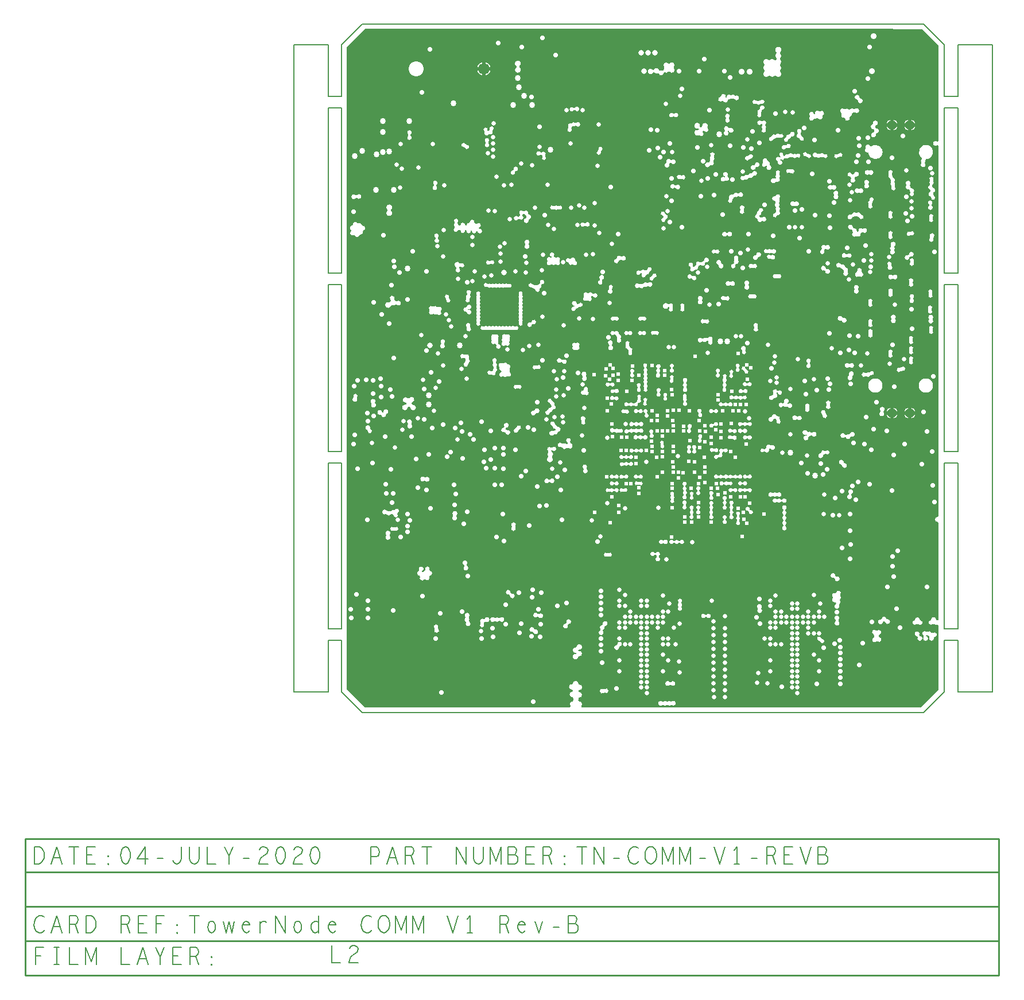
<source format=gbr>
G04 ================== begin FILE IDENTIFICATION RECORD ==================*
G04 Layout Name:  E:/CAD/CAD/FACEBOOK/COM V1/WORK/22-12-20/COM_V1_P2_21-12-2020_4.brd*
G04 Film Name:    COM_V1_P2-L2.gbr*
G04 File Format:  Gerber RS274X*
G04 File Origin:  Cadence Allegro 16.6-2015-S108*
G04 Origin Date:  Fri Dec 25 11:50:54 2020*
G04 *
G04 Layer:  DRAWING FORMAT/FILM_LABEL_OUTLINE*
G04 Layer:  VIA CLASS/L2_GND*
G04 Layer:  PIN/L2_GND*
G04 Layer:  ETCH/L2_GND*
G04 Layer:  BOARD GEOMETRY/OUTLINE*
G04 Layer:  BOARD GEOMETRY/TOOLING_CORNERS*
G04 *
G04 Offset:    (0.000 0.000)*
G04 Mirror:    No*
G04 Mode:      Positive*
G04 Rotation:  0*
G04 FullContactRelief:  No*
G04 UndefLineWidth:     6.000*
G04 ================== end FILE IDENTIFICATION RECORD ====================*
%FSLAX55Y55*MOIN*%
%IR0*IPPOS*OFA0.00000B0.00000*MIA0B0*SFA1.00000B1.00000*%
%ADD12C,.169291*%
%ADD10C,.022*%
%ADD11C,.024*%
%ADD15C,.016*%
%ADD14C,.026*%
%ADD13C,.018*%
%ADD16C,.067*%
%ADD17C,.055118*%
%ADD18C,.005*%
%ADD19C,.006*%
%ADD20C,.01*%
%ADD21C,.02*%
%ADD24C,.032004*%
%ADD28C,.024004*%
%ADD25C,.034004*%
%ADD23C,.026004*%
%ADD29C,.036004*%
%ADD22C,.028004*%
%ADD30C,.067122*%
%ADD27C,.087004*%
%ADD26C,.079004*%
%ADD31C,.082996*%
G75*
%LPD*%
G75*
G36*
G01X13407Y3063D02*
X2826Y13644D01*
Y386497D01*
X13733Y397403D01*
X319983D01*
X320449Y396937D01*
X337100D01*
X346462Y387575D01*
Y331896D01*
G02X345780Y331612I-400J0D01*
G03Y329626I-987J-993D01*
G02X346462Y329343I282J-284D01*
G01Y113956D01*
G02X346023Y113558I-400J0D01*
G03Y110770I-136J-1394D01*
G02X346462Y110372I39J-398D01*
G01Y53813D01*
G02X345857Y53469I-400J0D01*
G03X345460Y53629I-716J-1203D01*
G02X345152Y54040I91J389D01*
G03X342355Y54057I-1398J76D01*
G02X342024Y53646I-400J-17D01*
G03X343382Y51425I240J-1380D01*
G02X344022I320J-240D01*
G03X345857Y51063I1119J841D01*
G02X346462Y50719I205J-344D01*
G01Y13353D01*
X336172Y3063D01*
X139378D01*
G02X139089Y3740I0J400D01*
G03X137788Y6440I-1156J1106D01*
G02X137395Y7019I-36J398D01*
G03X137509Y8171I-1427J723D01*
G02X137912Y8678I385J107D01*
G03X137892Y11874I72J1599D01*
G02X137478Y12360I-23J399D01*
G03X137516Y12689I-1562J347D01*
G02X137960Y13082I400J-4D01*
G03X137918Y16257I179J1590D01*
G02X137462Y16671I-55J396D01*
G03X134266Y16836I-1599J70D01*
G02X133811Y16464I-399J24D01*
G03X133858Y13302I-223J-1585D01*
G02X134324Y12868I67J-394D01*
G03X134326Y12528I1592J-161D01*
G02X133932Y12084I-397J-45D01*
G03X134080Y8888I18J-1600D01*
G02X134483Y8340I32J-399D01*
G03X134537Y7024I1484J-598D01*
G02X134165Y6445I-357J-179D01*
G03X132950Y3740I-59J-1599D01*
G02X132661Y3063I-289J-277D01*
G01X13407D01*
G37*
%LPC*%
G75*
G36*
G01X248614Y369900D02*
G03X247977I-318J-242D01*
G02X245454Y372423I-1432J1091D01*
G03Y373059I-242J318D01*
G02Y375923I1091J1432D01*
G03Y376559I-242J318D01*
G02X247977Y379082I1091J1432D01*
G03X248614I318J242D01*
G02X251477I1432J-1091D01*
G03X252114I318J242D01*
G02X252454Y379423I1432J-1091D01*
G03Y380059I-242J318D01*
G02Y382923I1091J1432D01*
G03Y383559I-242J318D01*
G02X254636I1091J1432D01*
G03Y382923I242J-318D01*
G02Y380059I-1091J-1432D01*
G03Y379423I242J-318D01*
G02Y376559I-1091J-1432D01*
G03Y375923I242J-318D01*
G02Y373059I-1091J-1432D01*
G03Y372423I242J-318D01*
G02X252114Y369900I-1091J-1432D01*
G03X251477I-318J-242D01*
G02X248614I-1432J1091D01*
G37*
G36*
G01X224750Y356171D02*
G03X224317Y355777I-33J-399D01*
G02X221650Y355196I-1400J15D01*
G03X221001Y355306I-362J-170D01*
G02X219903Y357680I-1003J977D01*
G03X220275Y358082I-27J399D01*
G02X222930Y357470I1400J10D01*
G03X223085Y357182I179J-89D01*
G02X223235Y357156I-167J-1390D01*
G03X223479Y357377I45J195D01*
G02X225733Y358666I1387J189D01*
G03X226258Y358692I248J314D01*
G02X228423Y358409I969J-1010D01*
G03X228689Y358337I171J104D01*
G02X228158Y356377I665J-1232D01*
G03X227892Y356449I-171J-104D01*
G02X226360Y356582I-665J1232D01*
G03X225836Y356556I-248J-314D01*
G02X224750Y356171I-969J1010D01*
G37*
G36*
G01X300772Y357203D02*
G03X301164Y356724I392J-79D01*
G02X299790Y355600I-1J-1400D01*
G03X299398Y356079I-392J79D01*
G02X300772Y357203I1J1400D01*
G37*
G36*
G01X243700Y353691D02*
G03X243188Y353557I-180J-357D01*
G02X241019Y353575I-1079J726D01*
G03X240457Y353686I-335J-218D01*
G02X240809Y355465I-738J1070D01*
G03X241371Y355354I335J218D01*
G02X242696Y355444I738J-1071D01*
G03X243208Y355577I180J357D01*
G02X243700Y353691I1079J-726D01*
G37*
G36*
G01X274605Y344876D02*
G03X274117Y344661I-124J-380D01*
G02X271804Y346180I-1275J579D01*
G03Y346717I-296J269D01*
G02X274242Y347687I1037J941D01*
G03X274516Y347505I200J4D01*
G02X274656Y347553I524J-1298D01*
G03X274940Y348012I-110J385D01*
G02X277328Y349241I1376J261D01*
G03X277875Y349211I289J276D01*
G02X279379Y346877I903J-1070D01*
G03X279179Y346369I172J-361D01*
G02X276668Y345146I-1302J-514D01*
G03X276038Y345225I-345J-202D01*
G02X274605Y344876I-998J982D01*
G37*
G36*
G01X133472Y339942D02*
G03X133377Y339359I219J-335D01*
G02X131646Y339642I-1020J-806D01*
G03X131742Y340224I-219J335D01*
G02X133285Y342221I1020J806D01*
G03X133541Y342309I80J183D01*
G02X135663Y342543I1142J-621D01*
G03X136263Y342540I301J263D01*
G02X136254Y340820I971J-865D01*
G03X135654Y340824I-301J-263D01*
G02X134160Y340498I-971J864D01*
G03X133904Y340410I-80J-183D01*
G02X133472Y339942I-1142J621D01*
G37*
G36*
G01X244327Y341074D02*
G03X244344Y341681I-252J311D01*
G02X244237Y341790I873J963D01*
G03X243635Y341791I-302J-263D01*
G02X243639Y343504I-976J859D01*
G03X244241Y343503I302J263D01*
G02X246036Y341635I976J-859D01*
G03X246019Y341028I252J-311D01*
G02X246112Y339194I-873J-963D01*
G03X246113Y338925I149J-134D01*
G02X244186Y338919I-960J-877D01*
G03X244186Y339188I-149J134D01*
G02X244327Y341074I960J876D01*
G37*
G36*
G01X84921Y337605D02*
G03X85211Y337689I108J168D01*
G02X85737Y338265I1179J-548D01*
G03X85898Y338781I-201J346D01*
G02X87727Y338211I1176J554D01*
G03X87566Y337695I201J-346D01*
G02X85828Y335968I-1176J-554D01*
G03X85317Y335820I-173J-361D01*
G02X83039Y337064I-1101J692D01*
G03X82902Y337565I-362J170D01*
G02X84734Y337952I730J1076D01*
G03X84812Y337669I170J-106D01*
G02X84921Y337605I-596J-1156D01*
G37*
G36*
G01X265889Y333314D02*
G03X265507Y333690I-399J-24D01*
G02X264748Y336224I61J1399D01*
G03X264799Y336829I-234J324D01*
G02X266535Y336728I924J914D01*
G03X266514Y336120I250J-312D01*
G02X266968Y335083I-946J-1032D01*
G03X267326Y334684I400J-1D01*
G02X265889Y333314I-139J-1293D01*
G37*
G36*
G01X250977Y333157D02*
G03X250544Y332864I-47J-397D01*
G02X249357Y334502I-1255J340D01*
G03X249770Y334823I21J399D01*
G02X251876Y335741I1373J-276D01*
G03X252148Y335802I105J170D01*
G02X254160Y336005I1088J-712D01*
G03X254431Y335993I142J141D01*
G02X254346Y334084I839J-994D01*
G03X254075Y334096I-142J-141D01*
G02X252631Y333940I-839J994D01*
G03X252363Y333861I-93J-177D01*
G02X250977Y333157I-1220J687D01*
G37*
G36*
G01X259582Y333089D02*
G03X259400Y332874I17J-199D01*
G02X257907Y334060I-1296J-99D01*
G03X258075Y334286I-30J198D01*
G02X259817Y335838I1386J197D01*
G03X260317Y336180I102J387D01*
G02X261352Y334669I1391J-156D01*
G03X260852Y334327I-102J-387D01*
G02X259582Y333089I-1391J156D01*
G37*
G36*
G01X71492Y328191D02*
G03X71042Y328467I-382J-118D01*
G02X72064Y330133I-220J1281D01*
G03X72514Y329857I382J118D01*
G02X71492Y328191I220J-1281D01*
G37*
G36*
G01X150729Y326264D02*
G03X150513Y325723I147J-372D01*
G02X148856Y326385I-1179J-548D01*
G03X149071Y326925I-147J372D01*
G02X150729Y326264I1179J548D01*
G37*
G36*
G01X270362Y324792D02*
G03X270890Y324559I376J137D01*
G02X270164Y322909I494J-1203D01*
G03X269636Y323142I-376J-137D01*
G02X270362Y324792I-494J1203D01*
G37*
G36*
G01X279992Y324460D02*
G03X280266Y324394I170J105D01*
G02X279841Y322601I679J-1109D01*
G03X279566Y322666I-170J-105D01*
G02X278230Y322652I-680J1108D01*
G03X277967Y322597I-101J-173D01*
G02X275820Y322656I-1054J762D01*
G03X275554Y322723I-168J-108D01*
G02X276101Y324620I-681J1224D01*
G03X276361Y324536I175J96D01*
G02X277570Y324481I552J-1177D01*
G03X277833Y324537I101J173D01*
G02X279992Y324460I1054J-762D01*
G37*
G36*
G01X288943Y322795D02*
G03X288395Y322628I-193J-350D01*
G02X287866Y324362I-1156J595D01*
G03X288415Y324529I193J350D01*
G02X288943Y322795I1156J-595D01*
G37*
G36*
G01X306900Y329141D02*
G03X307518Y328946I380J126D01*
G02X305886Y325028I2475J-3331D01*
G03X305411Y325363I-396J-57D01*
G02X304357Y327664I-255J1275D01*
G03X304401Y327931I-123J158D01*
G02X306900Y329141I1170J769D01*
G37*
G36*
G01X237286Y321724D02*
G03X236836Y321489I-82J-392D01*
G02X235833Y323406I-1289J547D01*
G03X236283Y323642I82J392D01*
G02X237286Y321724I1289J-547D01*
G37*
G36*
G01X336658Y319142D02*
G03Y319416I-145J137D01*
G02X336920Y321559I1017J962D01*
G03X336935Y322223I-215J337D01*
G02X339337Y321466I2390J3393D01*
G03X338969Y320913I1J-400D01*
G02X338691Y319416I-1294J-534D01*
G03Y319142I145J-137D01*
G02X336658I-1017J-963D01*
G37*
G36*
G01X212883Y319451D02*
G03X213398Y319706I134J377D01*
G02X213929Y320427I1334J-427D01*
G03X214013Y321004I-229J328D01*
G02X214102Y322851I1095J873D01*
G03X214140Y323363I-287J278D01*
G02X216282Y323207I1136J818D01*
G03X216244Y322695I287J-278D01*
G02X215910Y320729I-1136J-818D01*
G03X215826Y320152I229J-328D01*
G02X214262Y317959I-1095J-873D01*
G03X213748Y317704I-134J-377D01*
G02X212883Y319451I-1334J427D01*
G37*
G36*
G01X248671Y318281D02*
G03X248829Y317780I367J-160D01*
G02X246888Y317289I-730J-1195D01*
G03X246799Y317571I-173J101D01*
G02X246702Y317621I589J1270D01*
G03X246436Y317556I-98J-174D01*
G02X244604Y319331I-1091J707D01*
G03X244712Y319877I-228J329D01*
G02X247288Y320621I1176J760D01*
G03X247621Y320222I400J-4D01*
G02X248671Y318281I-233J-1381D01*
G37*
G36*
G01X260241Y315534D02*
G03X260756Y315516I268J297D01*
G02X260613Y313440I863J-1102D01*
G03X260100Y313493I-287J-278D01*
G02X260241Y315534I-730J1076D01*
G37*
G36*
G01X306475Y312748D02*
G03X306200I-138J-145D01*
G02Y314781I-962J1017D01*
G03X306475I137J145D01*
G02Y312748I962J-1017D01*
G37*
G36*
G01X196898Y312118D02*
G03X197420Y312086I279J287D01*
G02X197294Y309972I851J-1112D01*
G03X196772Y310003I-279J-287D01*
G02X196898Y312118I-851J1112D01*
G37*
G36*
G01X234484Y309777D02*
G03X233981Y309645I-174J-360D01*
G02X233442Y311705I-1150J799D01*
G03X233945Y311836I174J360D01*
G02X235739Y312280I1150J-799D01*
G03X236291Y312480I184J355D01*
G02X237934Y313289I1289J-546D01*
G03X238421Y313570I101J387D01*
G02X239418Y311846I1351J-369D01*
G03X238931Y311564I-101J-387D01*
G02X236936Y310691I-1351J369D01*
G03X236384Y310491I-184J-355D01*
G02X234484Y309777I-1289J546D01*
G37*
G36*
G01X297823Y310429D02*
G03Y310154I145J-137D01*
G02X295790I-1017J-962D01*
G03Y310429I-145J138D01*
G02X295434Y311114I1017J963D01*
G03X295202Y311270I-196J-40D01*
G02X296218Y312890I-238J1278D01*
G03X296461Y312748I193J52D01*
G02X297140Y312752I346J-1357D01*
G03X297626Y313058I95J389D01*
G02X298663Y311408I1370J-289D01*
G03X298176Y311102I-95J-389D01*
G02X297823Y310429I-1370J289D01*
G37*
G36*
G01X252503Y308477D02*
G03X251934Y308306I-208J-342D01*
G02X251457Y310065I-1265J601D01*
G03X252034Y310206I225J331D01*
G02X252219Y310466I1144J-618D01*
G03X252221Y310734I-147J135D01*
G02X252229Y312466I974J862D01*
G03X252247Y312982I-297J268D01*
G02X254233Y312915I1021J805D01*
G03X254216Y312400I297J-268D01*
G02X254154Y310717I-1021J-805D01*
G03X254152Y310450I147J-135D01*
G02X252503Y308477I-974J-862D01*
G37*
G36*
G01X305855Y307126D02*
G03Y306851I145J-137D01*
G02X303821I-1017J-963D01*
G03Y307126I-145J137D01*
G02X305855I1017J963D01*
G37*
G36*
G01X284916Y304100D02*
G03X284641I-137J-145D01*
G02Y306133I-962J1017D01*
G03X284916I138J145D01*
G02Y304100I962J-1017D01*
G37*
G36*
G01X321063Y306270D02*
G03X321139Y305677I302J-263D01*
G02X319382Y305407I-735J-1073D01*
G03X319276Y305995I-315J247D01*
G02X318990Y308151I731J1194D01*
G03Y308426I-145J137D01*
G02X318692Y309868I1017J963D01*
G03X318402Y310396I-376J137D01*
G02X317729Y312548I281J1269D01*
G03Y313092I-294J272D01*
G02X319637I954J883D01*
G03Y312548I294J-272D01*
G02X319926Y311282I-954J-883D01*
G03X320241Y310769I382J-118D01*
G02X321024Y308426I-234J-1381D01*
G03Y308151I145J-137D01*
G02X321063Y306270I-1017J-962D01*
G37*
G36*
G01X300568Y302116D02*
G03X300293I-137J-145D01*
G02Y304150I-962J1017D01*
G03X300568I138J145D01*
G02Y302116I962J-1017D01*
G37*
G36*
G01X288067Y300850D02*
G03Y300575I145J-137D01*
G02X286033I-1017J-962D01*
G03Y300850I-145J138D01*
G02X288067I1017J962D01*
G37*
G36*
G01X263186Y294518D02*
G03X262911I-137J-145D01*
G02Y296552I-963J1017D01*
G03X263186I137J145D01*
G02Y294518I962J-1017D01*
G37*
G36*
G01X307967Y295375D02*
G03Y294832I294J-272D01*
G02X306059I-954J-883D01*
G03Y295375I-294J272D01*
G02X306427Y297419I954J883D01*
G03X306524Y297668I-90J179D01*
G02X308329Y296960I1219J453D01*
G03X308232Y296712I90J-179D01*
G02X307967Y295375I-1219J-453D01*
G37*
G36*
G01X125961Y292322D02*
G03X125442Y292316I-256J-307D01*
G02X123660Y292381I-856J978D01*
G03X123110Y292399I-285J-281D01*
G02X123172Y294285I-863J973D01*
G03X123722Y294267I285J281D01*
G02X125419Y294292I863J-972D01*
G03X125938Y294298I256J307D01*
G02X125961Y292322I856J-978D01*
G37*
G36*
G01X233528Y292461D02*
G03Y291921I295J-270D01*
G02X231463I-1033J-945D01*
G03Y292461I-295J270D01*
G02X233528I1033J945D01*
G37*
G36*
G01X28686Y292140D02*
G03Y291511I247J-314D01*
G02X26582I-1052J-1336D01*
G03Y292140I-247J314D01*
G02X28686I1052J1336D01*
G37*
G36*
G01X251767Y290218D02*
G03X251984Y290389I19J199D01*
G02X252327Y291100I1287J-182D01*
G03X252319Y291658I-291J275D01*
G02X252122Y293244I919J919D01*
G03X252023Y293765I-343J205D01*
G02X251906Y295878I857J1107D01*
G03X251942Y296413I-278J287D01*
G02X251664Y297031I1100J866D01*
G03X251267Y297360I-394J-71D01*
G02X251484Y299941I-9J1300D01*
G03X251934Y300211I70J394D01*
G02X254179Y298716I1331J-433D01*
G03X254129Y298161I261J-303D01*
G02X254016Y296273I-1087J-882D01*
G03X253980Y295738I278J-287D01*
G02X254034Y294079I-1100J-866D01*
G03X254099Y293552I330J-227D01*
G02X254183Y291684I-860J-975D01*
G03X254191Y291126I291J-275D01*
G02X253147Y288913I-919J-919D01*
G03X252930Y288742I-19J-199D01*
G02X251767Y290218I-1287J182D01*
G37*
G36*
G01X319680Y289390D02*
G03X319680Y288877I307J-257D01*
G02X317686Y288877I-997J-834D01*
G03X317686Y289390I-307J257D01*
G02X319680Y289390I997J834D01*
G37*
G36*
G01X242074Y291532D02*
G03X242229Y291763I-42J195D01*
G02X243869Y290741I1280J227D01*
G03X243731Y290501I55J-192D01*
G02X242762Y288819I-1359J-337D01*
G03X242624Y288576I56J-192D01*
G02X242666Y288187I-1257J-331D01*
G03X243039Y287770I400J-18D01*
G02X243799Y287482I-94J-1397D01*
G03X244075Y287514I122J158D01*
G02X244301Y285514I1081J-890D01*
G03X244025Y285483I-122J-158D01*
G02X241552Y286517I-1081J890D01*
G03X241204Y286955I-398J41D01*
G02X240923Y289467I163J1290D01*
G03X241044Y289719I-68J188D01*
G02X242074Y291532I1328J445D01*
G37*
G36*
G01X188457Y286794D02*
G03X188160Y286358I100J-387D01*
G02X186544Y287458I-1290J-159D01*
G03X186840Y287894I-100J387D01*
G02X186835Y288160I1290J159D01*
G03X186456Y288592I-399J33D01*
G02X187816Y289784I64J1299D01*
G03X188195Y289351I399J-33D01*
G02X188457Y286794I-64J-1299D01*
G37*
G36*
G01X343259Y287501D02*
G03Y286958I294J-272D01*
G02X341351I-954J-883D01*
G03Y287501I-294J272D01*
G02X343259I954J883D01*
G37*
G36*
G01X330563Y277293D02*
G03X330299Y277253I-109J-168D01*
G02X330006Y279169I-1003J827D01*
G03X330270Y279209I109J168D01*
G02X330563Y277293I1003J-827D01*
G37*
G36*
G01X319637Y277659D02*
G03Y277115I294J-272D01*
G02X317729I-954J-883D01*
G03Y277659I-294J272D01*
G02X319637I954J883D01*
G37*
G36*
G01X343730Y276012D02*
G03X343634Y275480I243J-318D01*
G02X341600Y275847I-1184J-747D01*
G03X341696Y276378I-243J318D01*
G02X343730Y276012I1184J747D01*
G37*
G36*
G01X106611Y271775D02*
G03X106617Y272340I-280J285D01*
G02X108598Y272320I1001J979D01*
G03X108593Y271755I280J-285D01*
G02X106611Y271775I-1001J-979D01*
G37*
G36*
G01X249442Y268869D02*
G03X250034Y268832I313J249D01*
G02X249925Y267091I908J-931D01*
G03X249333Y267128I-313J-249D01*
G02X247559Y267089I-908J931D01*
G03X247292I-133J-149D01*
G02Y269028I-867J969D01*
G03X247559I133J149D01*
G02X249442Y268869I867J-969D01*
G37*
G36*
G01X217028Y268744D02*
G03X217308Y268733I145J138D01*
G02X217239Y266877I875J-962D01*
G03X216959Y266887I-145J-138D01*
G02X217028Y268744I-875J962D01*
G37*
G36*
G01X320802Y268727D02*
G03Y268452I145J-137D01*
G02X318769I-1017J-963D01*
G03Y268727I-145J137D01*
G02X318976Y270831I1017J962D01*
G03X319082Y271372I-231J326D01*
G02X321075Y270978I1183J749D01*
G03X320969Y270438I231J-326D01*
G02X320802Y268727I-1183J-749D01*
G37*
G36*
G01X249168Y265592D02*
G03X249446Y265568I152J131D01*
G02X249214Y263642I887J-1084D01*
G03X248938Y263685I-160J-120D01*
G02X249168Y265592I-755J1058D01*
G37*
G36*
G01X242037Y264667D02*
G03X241603Y264267I-34J-399D01*
G02X240322Y265659I-1400J-4D01*
G03X240755Y266058I34J399D01*
G02X242037Y264667I1400J4D01*
G37*
G36*
G01X161221Y262607D02*
G03X160850Y262219I29J-399D01*
G02X159350Y263653I-1400J38D01*
G03X159721Y264042I-29J399D01*
G02X162140Y264963I1400J-38D01*
G03X162700Y264940I291J274D01*
G02X162618Y262942I938J-1039D01*
G03X162059Y262965I-291J-274D01*
G02X161221Y262607I-938J1039D01*
G37*
G36*
G01X86593Y260569D02*
G03X86022Y260530I-267J-298D01*
G02X85900Y262345I-988J845D01*
G03X86471Y262383I267J298D01*
G02X86593Y260569I988J-845D01*
G37*
G36*
G01X135536Y262810D02*
G03X135820Y262333I390J-91D01*
G02X134513Y260207I-342J-1254D01*
G03X133949Y260237I-297J-268D01*
G02X131786Y261107I-867J969D01*
G03X131401Y261476I-399J-31D01*
G02X132444Y263612I48J1299D01*
G03X133108Y263689I306J257D01*
G02X135536Y262810I1162J-584D01*
G37*
G36*
G01X332107Y261799D02*
G03X332096Y261532I144J-139D01*
G02X330160Y261610I-1003J-827D01*
G03X330170Y261877I-144J139D01*
G02X332107Y261799I1003J827D01*
G37*
G36*
G01X218994Y259689D02*
G03X218698Y260166I-390J89D01*
G02X220393Y261215I330J1361D01*
G03X220689Y260737I390J-89D01*
G02X218994Y259689I-330J-1361D01*
G37*
G36*
G01X239033Y258290D02*
G03X238522I-256J-308D01*
G02Y260444I-895J1077D01*
G03X239033I255J308D01*
G02Y258290I894J-1077D01*
G37*
G36*
G01X319130Y259928D02*
G03X319186Y259650I166J-111D01*
G02X317301Y259333I-773J-1167D01*
G03X317263Y259614I-159J122D01*
G02X319130Y259928I786J1036D01*
G37*
G36*
G01X293748Y256272D02*
G03Y255997I145J-137D01*
G02X291714I-1017J-963D01*
G03Y256272I-145J137D01*
G02X291334Y257151I1017J963D01*
G03X290941Y257527I-399J-24D01*
G02X289682Y258360I22J1400D01*
G03X289155Y258564I-366J-162D01*
G02X289871Y260413I-564J1281D01*
G03X290398Y260209I366J162D01*
G02X292360Y259011I564J-1281D01*
G03X292753Y258634I399J24D01*
G02X293748Y256272I-22J-1400D01*
G37*
G36*
G01X299093Y255820D02*
G03X299389Y256365I-73J393D01*
G02X301934Y256264I1295J532D01*
G03X302126Y255719I357J-181D01*
G02X300587Y253426I-576J-1276D01*
G03X300312I-137J-145D01*
G02X299093Y255820I-963J1017D01*
G37*
G36*
G01X253110Y252390D02*
G03X252599I-255J-308D01*
G02Y254544I-895J1077D01*
G03X253110I255J308D01*
G02Y252390I895J-1077D01*
G37*
G36*
G01X320362Y252060D02*
G03X319803I-280J-286D01*
G02Y254062I-979J1001D01*
G03X320362I280J286D01*
G02Y252060I979J-1001D01*
G37*
G36*
G01X181627Y252585D02*
G03X181228Y252174I1J-400D01*
G02X179925Y253438I-1300J-36D01*
G03X180324Y253849I-1J400D01*
G02X181627Y252585I1300J36D01*
G37*
G36*
G01X225397Y250145D02*
G03X225983Y250133I298J266D01*
G02X225946Y248228I1007J-973D01*
G03X225359Y248239I-298J-266D01*
G02X225397Y250145I-1007J973D01*
G37*
G36*
G01X331709Y250085D02*
G03Y249571I307J-257D01*
G02X329561I-1074J-899D01*
G03Y250085I-307J257D01*
G02X331709I1074J899D01*
G37*
G36*
G01X86576Y248897D02*
G03X86847I136J147D01*
G02X88544I848J-918D01*
G03X88816I136J147D01*
G02X90512I848J-918D01*
G03X90784I136J147D01*
G02X92480Y248897I848J-918D01*
G03X92751I136J147D01*
G02X94448Y248897I848J-919D01*
G03X94719I136J147D01*
G02X96416Y248896I848J-918D01*
G03X96688I136J147D01*
G02Y247060I849J-918D01*
G03X96416I-136J-147D01*
G02X94719Y247060I-849J918D01*
G03X94448I-136J-147D01*
G02X92751Y247060I-848J918D01*
G03X92480I-136J-147D01*
G02X90784Y247060I-848J919D01*
G03X90512I-136J-147D01*
G02X88816I-848J918D01*
G03X88544I-136J-147D01*
G02X86847I-848J918D01*
G03X86576I-136J-147D01*
G02X84704Y247261I-848J918D01*
G03X84432Y247315I-164J-115D01*
G02X84782Y249085I-674J1053D01*
G03X85054Y249032I164J115D01*
G02X86576Y248897I674J-1053D01*
G37*
G36*
G01X175964Y247366D02*
G03X175439Y247171I-164J-365D01*
G02X173128Y246837I-1266J598D01*
G03X172576Y246880I-298J-266D01*
G02X172732Y248895I-888J1082D01*
G03X173284Y248852I298J266D01*
G02X174746Y249047I888J-1082D01*
G03X175271Y249241I164J365D01*
G02X177495Y249664I1266J-598D01*
G03X178055Y249675I274J292D01*
G02X178096Y247674I1000J-980D01*
G03X177536Y247663I-274J-292D01*
G02X175964Y247366I-1000J981D01*
G37*
G36*
G01X236238Y248658D02*
G03X236261Y248088I291J-274D01*
G02X234302Y248009I-939J-1038D01*
G03X234279Y248580I-291J274D01*
G02X236238Y248658I939J1038D01*
G37*
G36*
G01X299848Y245989D02*
G03Y245714I145J-137D01*
G02X297814I-1017J-963D01*
G03Y245989I-145J137D01*
G02X299848I1017J963D01*
G37*
G36*
G01X157015Y246254D02*
G03X156963Y245660I239J-320D01*
G02X155164Y245862I-1019J-960D01*
G03X155246Y246454I-223J332D01*
G02X157015Y246254I990J842D01*
G37*
G36*
G01X319757Y244179D02*
G03Y243666I307J-257D01*
G02X317609I-1074J-899D01*
G03Y244179I-307J257D01*
G02X319757I1074J898D01*
G37*
G36*
G01X342757Y243655D02*
G03X342773Y243076I284J-281D01*
G02X340979Y243026I-870J-966D01*
G03X340962Y243604I-284J281D01*
G02X342757Y243655I870J966D01*
G37*
G36*
G01X238772Y240635D02*
G03X238261I-255J-308D01*
G02Y242790I-895J1077D01*
G03X238772I255J308D01*
G02Y240635I895J-1077D01*
G37*
G36*
G01X222553Y241751D02*
G03X223072Y241719I278J287D01*
G02X222940Y239594I842J-1119D01*
G03X222422Y239626I-278J-287D01*
G02X222553Y241751I-842J1119D01*
G37*
G36*
G01X74377Y240686D02*
G03X74292Y240179I259J-304D01*
G02X72328Y240508I-1120J-660D01*
G03X72414Y241016I-259J304D01*
G02X72781Y242736I1120J660D01*
G03X72852Y243324I-232J326D01*
G02X74587Y243116I982J852D01*
G03X74516Y242527I232J-326D01*
G02X74377Y240686I-982J-852D01*
G37*
G36*
G01X62271Y241062D02*
G03X62457Y240534I363J-169D01*
G02X60703Y239916I-574J-1166D01*
G03X60517Y240443I-363J169D01*
G02X62271Y241062I574J1166D01*
G37*
G36*
G01X330238Y240198D02*
G03X330260Y240808I-247J314D01*
G02X331939Y240747I875J961D01*
G03X331917Y240137I247J-314D01*
G02X330238Y240198I-875J-961D01*
G37*
G36*
G01X209246Y239727D02*
G03Y239452I145J-138D01*
G02X207212I-1017J-962D01*
G03Y239727I-145J137D01*
G02X209246I1017J962D01*
G37*
G36*
G01X307967Y238289D02*
G03Y237745I294J-272D01*
G02X306059I-954J-883D01*
G03Y238289I-294J272D01*
G02X307967I954J883D01*
G37*
G36*
G01X135255Y236105D02*
G03X135058Y236320I-199J15D01*
G02X136475Y237688I17J1400D01*
G03X136799Y237286I400J-9D01*
G02X137039Y237215I-247J-1276D01*
G03X137551Y237416I150J371D01*
G02X138241Y235659I1177J-552D01*
G03X137729Y235458I-150J-371D01*
G02X136396Y234719I-1177J552D01*
G03X135951Y234377I-48J-397D01*
G02X135000Y235813I-1288J180D01*
G03X135252Y236006I52J193D01*
G02X135255Y236105I1300J3D01*
G37*
G36*
G01X198814Y235589D02*
G03Y235033I288J-278D01*
G02X196944I-935J-903D01*
G03Y235589I-288J278D01*
G02X198814I935J903D01*
G37*
G36*
G01X342643Y234352D02*
G03Y233808I294J-272D01*
G02X340735I-954J-883D01*
G03Y234352I-294J272D01*
G02X342643I954J883D01*
G37*
G36*
G01X73222Y234007D02*
G03X73496Y233809I200J-12D01*
G02X72685Y232465I482J-1208D01*
G03X72201Y232814I-398J-42D01*
G02X72210Y235353I-277J1270D01*
G03X72697Y235712I88J390D01*
G02X73494Y234413I1296J-99D01*
G03X73218Y234209I-77J-185D01*
G02X73222Y234007I-1294J-125D01*
G37*
G36*
G01X174325Y229793D02*
G03X174854Y229787I268J297D01*
G02X174831Y227837I849J-985D01*
G03X174302Y227843I-268J-297D01*
G02X174325Y229793I-849J985D01*
G37*
G36*
G01X158325D02*
G03X158854Y229787I268J297D01*
G02X158831Y227837I849J-985D01*
G03X158302Y227843I-268J-297D01*
G02X158325Y229793I-849J985D01*
G37*
G36*
G01X290789Y229405D02*
G03X291326Y229131I388J97D01*
G02X290488Y227490I520J-1300D01*
G03X289951Y227764I-388J-97D01*
G02X290789Y229405I-520J1300D01*
G37*
G36*
G01X321410Y228808D02*
G03Y228533I145J-137D01*
G02X319376I-1017J-963D01*
G03Y228808I-145J137D01*
G02X321410I1017J963D01*
G37*
G36*
G01X343113Y228644D02*
G03Y228369I145J-137D01*
G02X341080I-1017J-963D01*
G03Y228644I-145J137D01*
G02X343113I1017J963D01*
G37*
G36*
G01X210709Y228293D02*
G03X211240Y228281I272J293D01*
G02X211195Y226187I907J-1067D01*
G03X210664Y226199I-272J-293D01*
G02X210709Y228293I-907J1067D01*
G37*
G36*
G01X104855Y226957D02*
G03Y226686I147J-136D01*
G02X103018I-918J-848D01*
G03Y226957I-147J136D01*
G02Y228654I918J848D01*
G03Y228925I-147J136D01*
G02X103018Y230622I918J848D01*
G03Y230893I-147J136D01*
G02X103018Y232590I919J848D01*
G03Y232861I-147J136D01*
G02Y234558I918J848D01*
G03Y234829I-147J136D01*
G02Y236526I918J848D01*
G03Y236797I-147J136D01*
G02X103018Y238494I918J848D01*
G03Y238765I-147J136D01*
G02X103018Y240462I919J848D01*
G03Y240733I-147J136D01*
G02Y242430I918J848D01*
G03Y242701I-147J136D01*
G02X104855I918J848D01*
G03Y242430I147J-136D01*
G02Y240733I-918J-848D01*
G03Y240462I147J-136D01*
G02X104855Y238765I-918J-848D01*
G03Y238494I147J-136D01*
G02X104855Y236797I-919J-848D01*
G03Y236526I147J-136D01*
G02Y234829I-918J-848D01*
G03Y234558I147J-136D01*
G02Y232861I-918J-848D01*
G03Y232590I147J-136D01*
G02X104855Y230893I-918J-848D01*
G03Y230622I147J-136D01*
G02X104855Y228925I-919J-848D01*
G03Y228654I147J-136D01*
G02Y226957I-918J-848D01*
G37*
G36*
G01X80247Y226955D02*
G03Y226683I147J-136D01*
G02X78414I-916J-850D01*
G03Y226955I-147J136D01*
G02X78412Y228654I916J850D01*
G03Y228925I-147J136D01*
G02X78412Y230622I918J848D01*
G03Y230893I-147J136D01*
G02X78412Y232590I919J848D01*
G03Y232861I-147J136D01*
G02Y234558I918J848D01*
G03Y234829I-147J136D01*
G02Y236526I918J848D01*
G03Y236797I-147J136D01*
G02X78412Y238494I918J848D01*
G03Y238765I-147J136D01*
G02X78412Y240462I919J848D01*
G03Y240733I-147J136D01*
G02Y242430I918J848D01*
G03Y242701I-147J136D01*
G02X80249I918J848D01*
G03Y242430I147J-136D01*
G02Y240733I-918J-848D01*
G03Y240462I147J-136D01*
G02X80249Y238765I-918J-848D01*
G03Y238494I147J-136D01*
G02X80249Y236797I-919J-848D01*
G03Y236526I147J-136D01*
G02Y234829I-918J-848D01*
G03Y234558I147J-136D01*
G02Y232861I-918J-848D01*
G03Y232590I147J-136D01*
G02X80249Y230893I-918J-848D01*
G03Y230622I147J-136D01*
G02X80249Y228925I-919J-848D01*
G03Y228654I147J-136D01*
G02X80247Y226955I-918J-848D01*
G37*
G36*
G01X307967Y226478D02*
G03Y225934I294J-272D01*
G02X306059I-954J-883D01*
G03Y226478I-294J272D01*
G02X307967I954J883D01*
G37*
G36*
G01X82639Y224291D02*
G03X82910I136J147D01*
G02X84607I848J-918D01*
G03X84878I136J147D01*
G02X86575I848J-918D01*
G03X86847I136J147D01*
G02X88543Y224291I848J-918D01*
G03X88814I136J147D01*
G02X90511Y224291I848J-919D01*
G03X90782I136J147D01*
G02X92479I848J-918D01*
G03X92750I136J147D01*
G02X94447Y224291I848J-918D01*
G03X94718I136J147D01*
G02X96415Y224291I848J-919D01*
G03X96686I136J147D01*
G02X98383I848J-918D01*
G03X98654I136J147D01*
G02X100351I848J-918D01*
G03X100623I136J147D01*
G02Y222454I848J-918D01*
G03X100351I-136J-147D01*
G02X98654I-848J918D01*
G03X98383I-136J-147D01*
G02X96686I-848J918D01*
G03X96415I-136J-147D01*
G02X94718Y222454I-848J918D01*
G03X94447I-136J-147D01*
G02X92750Y222454I-848J919D01*
G03X92479I-136J-147D01*
G02X90782I-848J918D01*
G03X90511I-136J-147D01*
G02X88814Y222454I-848J918D01*
G03X88543I-136J-147D01*
G02X86847Y222454I-848J919D01*
G03X86575I-136J-147D01*
G02X84878I-848J918D01*
G03X84607I-136J-147D01*
G02X82910I-848J918D01*
G03X82639I-136J-147D01*
G02Y224291I-848J918D01*
G37*
G36*
G01X72609Y223505D02*
G03X72532Y224028I-335J218D01*
G02X74612Y224333I906J1068D01*
G03X74689Y223810I335J-218D01*
G02X72609Y223505I-906J-1068D01*
G37*
G36*
G01X239486Y223502D02*
G03X239474Y224039I-302J262D01*
G02X241550Y224082I1018J961D01*
G03X241562Y223546I302J-262D01*
G02X239486Y223502I-1018J-961D01*
G37*
G36*
G01X343259Y222541D02*
G03Y221997I294J-272D01*
G02X341351I-954J-883D01*
G03Y222541I-294J272D01*
G02X343259I954J883D01*
G37*
G36*
G01X181623Y221541D02*
G03X182152Y221535I268J297D01*
G02X182129Y219585I849J-985D01*
G03X181600Y219591I-268J-297D01*
G02X181623Y221541I-849J985D01*
G37*
G36*
G01X174222Y221421D02*
G03X174751Y221415I268J297D01*
G02X174728Y219465I849J-985D01*
G03X174199Y219471I-268J-297D01*
G02X174222Y221421I-849J985D01*
G37*
G36*
G01X166222D02*
G03X166751Y221415I268J297D01*
G02X166728Y219465I849J-985D01*
G03X166199Y219471I-268J-297D01*
G02X166222Y221421I-849J985D01*
G37*
G36*
G01X308087Y220557D02*
G03Y220044I307J-257D01*
G02X305939I-1074J-899D01*
G03Y220557I-307J257D01*
G02X308087I1074J899D01*
G37*
G36*
G01X162061Y217506D02*
G03X162067Y216995I311J-252D01*
G02X159913Y216970I-1067J-907D01*
G03X159907Y217481I-311J252D01*
G02X159606Y218688I1067J907D01*
G03X159306Y219164I-391J86D01*
G02X158728Y219465I294J1266D01*
G03X158199Y219471I-268J-297D01*
G02X158222Y221421I-849J985D01*
G03X158751Y221415I268J297D01*
G02X160884Y220225I849J-985D01*
G03X161211Y219768I395J-63D01*
G02X162061Y217506I-238J-1380D01*
G37*
G36*
G01X331589Y216635D02*
G03Y216092I294J-272D01*
G02X329681I-954J-883D01*
G03Y216635I-294J272D01*
G02X331589I954J883D01*
G37*
G36*
G01X95370Y219441D02*
G03X95648Y219434I142J141D01*
G02X97430Y217541I879J-958D01*
G03X97418Y217267I139J-144D01*
G02X97371Y215518I-985J-849D01*
G03X97333Y215010I289J-277D01*
G02X95424Y213274I-1063J-748D01*
G03X94904I-260J-304D01*
G02X93192Y215231I-845J988D01*
G03X93206Y215515I-134J149D01*
G02X93272Y217343I957J880D01*
G03X93339Y217845I-274J292D01*
G02X95370Y219441I1106J683D01*
G37*
G36*
G01X57730Y214030D02*
G03X57788Y214638I-228J329D01*
G02X59510Y214513I931J908D01*
G03X59480Y213903I243J-318D01*
G02X57730Y214030I-954J-1025D01*
G37*
G36*
G01X134203Y212668D02*
G02X135984Y214559I931J908D01*
G02X137818Y212726I850J-984D01*
G02X136034Y210851I-984J-850D01*
G02X134203Y212668I-800J1025D01*
G37*
G36*
G01X234387Y210652D02*
G03X234408Y210368I150J-132D01*
G02X232537Y210170I-841J-992D01*
G03X232498Y210452I-158J122D01*
G02X234387Y210652I836J1123D01*
G37*
G36*
G01X331589Y210730D02*
G03Y210186I294J-272D01*
G02X329681I-954J-883D01*
G03Y210730I-294J272D01*
G02X331589I954J883D01*
G37*
G36*
G01X166318Y210746D02*
G03X165916Y211154I-400J8D01*
G02X164912Y213287I-6J1300D01*
G03X164918Y213792I-307J256D01*
G02X166935Y213767I1018J808D01*
G03X166929Y213262I307J-256D01*
G02X167210Y212428I-1018J-808D01*
G03X167612Y212020I400J-8D01*
G02X168588Y209854I6J-1300D01*
G03X168570Y209344I298J-266D01*
G02X166667I-951J-732D01*
G03X166648Y209854I-317J244D01*
G02X166318Y210746I970J866D01*
G37*
G36*
G01X319637Y208761D02*
G03Y208218I294J-272D01*
G02X317729I-954J-883D01*
G03Y208761I-294J272D01*
G02X319637I954J883D01*
G37*
G36*
G01X331589Y204824D02*
G03Y204281I294J-272D01*
G02X329681I-954J-883D01*
G03Y204824I-294J272D01*
G02X331589I954J883D01*
G37*
G36*
G01X71545Y203496D02*
G03X71779Y203949I-157J368D01*
G02X71957Y204982I1369J296D01*
G03X71831Y205530I-340J210D01*
G02X71538Y205779I751J1182D01*
G03X71008Y205839I-298J-266D01*
G02X71243Y207913I-810J1142D01*
G03X71773Y207853I298J266D01*
G02X73773Y205974I810J-1142D01*
G03X73899Y205426I340J-210D01*
G02X73697Y202957I-751J-1182D01*
G03X73462Y202504I157J-368D01*
G02X71545Y203496I-1369J-296D01*
G37*
G36*
G01X294580Y202590D02*
G03X295162Y202578I297J268D01*
G02X295124Y200659I1000J-980D01*
G03X294542Y200670I-297J-268D01*
G02X294580Y202590I-1000J980D01*
G37*
G36*
G01X113560Y199631D02*
G03X113042Y199596I-238J-321D01*
G02X112908Y201570I-909J930D01*
G03X113425Y201606I238J321D01*
G02X113560Y199631I909J-930D01*
G37*
G36*
G01X325338Y198440D02*
G03X324828Y198310I-181J-357D01*
G02X324306Y200353I-1154J793D01*
G03X324816Y200483I181J357D01*
G02X325338Y198440I1154J-793D01*
G37*
G36*
G01X304737Y195222D02*
G03X304226I-256J-308D01*
G02Y197376I-894J1077D01*
G03X304737I256J308D01*
G02X306207Y197576I894J-1077D01*
G03X306732Y197767I164J365D01*
G02X307440Y195990I1172J-562D01*
G03X306928Y195768I-143J-374D01*
G02X304737Y195222I-1296J531D01*
G37*
G36*
G01X92734Y198312D02*
G03X92428Y198712I-400J11D01*
G02X91593Y200598I305J1264D01*
G03X91545Y200848I-176J96D01*
G02X93278Y202784I829J1002D01*
G03X93880Y202837I278J287D01*
G02X96196Y202388I1054J-762D01*
G03X96436Y202241I194J48D01*
G02X97487Y199916I298J-1266D01*
G03X97416Y199327I232J-326D01*
G02X97638Y197985I-982J-852D01*
G03X97803Y197491I370J-151D01*
G02X96382Y195315I-669J-1115D01*
G03X95865Y195268I-231J-326D01*
G02X94013Y195258I-931J908D01*
G03X93472Y195281I-283J-282D01*
G02X92428Y197559I-838J994D01*
G03X92757Y198030I-63J395D01*
G02X92734Y198312I1277J246D01*
G37*
G36*
G01X296588Y195595D02*
G03X296416Y195047I180J-357D01*
G02X294555Y195629I-1230J-668D01*
G03X294726Y196177I-180J357D01*
G02X296588Y195595I1230J668D01*
G37*
G36*
G01X141784Y195732D02*
G03X141854Y195150I305J-259D01*
G02X139962Y194926I-825J-1131D01*
G03X139893Y195508I-305J259D01*
G02X141784Y195732I825J1131D01*
G37*
G36*
G01X192476Y193922D02*
G03X192444Y193343I259J-305D01*
G02X190793Y193434I-873J-823D01*
G03X190825Y194013I-259J305D01*
G02X192476Y193922I873J823D01*
G37*
G36*
G01X102262Y188303D02*
G03X101977Y188302I-142J-141D01*
G02X101972Y190127I-929J910D01*
G03X102257Y190128I142J141D01*
G02X102262Y188303I929J-910D01*
G37*
G36*
G01X158726Y185898D02*
G03X158137Y185885I-289J-277D01*
G02X158052Y187554I-903J791D01*
G03X158640Y187600I273J293D01*
G02X158726Y185898I1024J-801D01*
G37*
G36*
G01X142906Y187193D02*
G03X142981Y186631I317J-244D01*
G02X141191Y184768I-787J-1035D01*
G03X140926Y184807I-154J-127D01*
G02X140219Y187187I-724J1080D01*
G03X140613Y187681I5J400D01*
G02X142906Y187193I1264J306D01*
G37*
G36*
G01X188703Y183774D02*
G03X188719Y183183I278J-288D01*
G02X187100Y183139I-785J-908D01*
G03X187084Y183729I-278J288D01*
G02X188703Y183774I785J908D01*
G37*
G36*
G01X6854Y182993D02*
G03X6912Y183263I-112J165D01*
G02X8821Y182920I1108J681D01*
G03X8782Y182647I123J-157D01*
G02X6854Y182993I-1141J-812D01*
G37*
G36*
G01X17360Y179424D02*
G03X17323Y179698I-161J118D01*
G02X19330Y179964I876J1092D01*
G03X19366Y179689I161J-118D01*
G02X17360Y179424I-876J-1092D01*
G37*
G36*
G01X283641Y178999D02*
G03X283635Y178488I304J-260D01*
G02X281482Y178516I-1088J-881D01*
G03X281489Y179028I-304J260D01*
G02X283641Y178999I1088J881D01*
G37*
G36*
G01X271484Y177292D02*
G03Y176781I308J-256D01*
G02X269329I-1077J-895D01*
G03Y177292I-308J255D01*
G02X271484I1077J894D01*
G37*
G36*
G01X164398Y175909D02*
G03X164909Y175855I288J278D01*
G02X164636Y173943I725J-1079D01*
G03X164130Y174034I-307J-256D01*
G02X164398Y175909I-596J1042D01*
G37*
G36*
G01X121338Y174538D02*
G03X120987Y174156I49J-397D01*
G02X119512Y175608I-1399J54D01*
G03X119888Y175965I-22J399D01*
G02X121301Y177123I1293J-137D01*
G03X121736Y177486I37J398D01*
G02X121865Y177946I1295J-116D01*
G03X121776Y178214I-179J89D01*
G02X121063Y179420I586J1160D01*
G03X120713Y179831I-400J14D01*
G02X122172Y181075I160J1290D01*
G03X122522Y180664I400J-14D01*
G02X123528Y178798I-160J-1290D01*
G03X123617Y178530I179J-89D01*
G02X122911Y176075I-586J-1160D01*
G03X122476Y175713I-37J-398D01*
G02X121338Y174538I-1295J116D01*
G37*
G36*
G01X113152Y173949D02*
G03X112679Y173663I-88J-390D01*
G02X111635Y175396I-1351J367D01*
G03X112109Y175682I88J390D01*
G02X113152Y173949I1351J-367D01*
G37*
G36*
G01X314755Y175028D02*
G03X314688Y174439I233J-325D01*
G02X312818Y174654I-1053J-923D01*
G03X312885Y175243I-233J325D01*
G02X314755Y175028I1053J923D01*
G37*
G36*
G01X24103Y174312D02*
G03X24258Y174541I-43J195D01*
G02X25937Y173405I1381J232D01*
G03X25782Y173176I43J-195D01*
G02X23025Y172686I-1381J-232D01*
G03X22516Y172995I-393J-74D01*
G02X23487Y174593I-406J1340D01*
G03X23996Y174284I393J74D01*
G02X24103Y174312I406J-1340D01*
G37*
G36*
G01X281001Y174038D02*
G03X281202Y173561I382J-120D01*
G02X279233Y172731I-632J-1249D01*
G03X279032Y173208I-382J120D01*
G02X281001Y174038I632J1249D01*
G37*
G36*
G01X254394Y170344D02*
G03X254459Y170081I175J-97D01*
G02X252606Y169624I-715J-1086D01*
G03X252541Y169887I-175J97D01*
G02X252036Y170524I715J1086D01*
G03X251777Y170642I-188J-69D01*
G02X251083Y170563I-499J1308D01*
G03X250628Y170194I-56J-396D01*
G02X249426Y171677I-1397J96D01*
G03X249881Y172046I56J396D01*
G02X252620Y172349I1397J-96D01*
G03X252871Y172215I192J57D01*
G02X254394Y170344I385J-1242D01*
G37*
G36*
G01X141255Y169825D02*
G03X141261Y169293I302J-262D01*
G02X139267Y169204I-960J-877D01*
G03X139226Y169735I-318J242D01*
G02X141255Y169825I971J1009D01*
G37*
G36*
G01X38468Y167300D02*
G03X38445Y167860I-297J268D01*
G02X40443Y167941I959J1020D01*
G03X40466Y167382I297J-268D01*
G02X38468Y167300I-959J-1020D01*
G37*
G36*
G01X102973Y164149D02*
G03X102624Y163744I50J-397D01*
G02X101048Y165103I-1400J-30D01*
G03X101397Y165508I-50J397D01*
G02X102973Y164149I1400J30D01*
G37*
G36*
G01X15057Y163674D02*
G03X14772Y164116I-396J58D01*
G02X16528Y165169I387J1346D01*
G03X16783Y164709I391J-84D01*
G02X15057Y163674I-440J-1224D01*
G37*
G36*
G01X122522Y166102D02*
G03X122191Y166501I-400J5D01*
G02X123829Y167768I242J1379D01*
G03X124132Y167347I399J-32D01*
G02X125107Y166282I-310J-1263D01*
G03X125558Y165947I395J61D01*
G02X125891Y163167I195J-1387D01*
G03X125531Y162749I39J-398D01*
G02X123633Y161532I-1299J-63D01*
G03X123123Y161409I-184J-355D01*
G02X122707Y163419I-1141J812D01*
G03X123224Y163508I207J342D01*
G02X124026Y163970I1008J-822D01*
G03X124361Y164409I-63J395D01*
G02X124359Y164428I1392J149D01*
G03X123928Y164789I-398J-38D01*
G02X122522Y166102I-106J1296D01*
G37*
G36*
G01X186972Y156026D02*
G03X187027Y155470I312J-250D01*
G02X185319Y155299I-770J-920D01*
G03X185263Y155855I-312J250D01*
G02X186972Y156026I770J920D01*
G37*
G36*
G01X279865Y149764D02*
G03X279526Y149325I59J-396D01*
G02X278011Y150570I-1392J-150D01*
G03X278376Y150988I-35J398D01*
G02X280540Y152020I1299J62D01*
G03X281096Y152043I266J298D01*
G02X281173Y150177I942J-896D01*
G03X280616Y150154I-266J-298D01*
G02X279865Y149764I-942J896D01*
G37*
G36*
G01X291543Y145307D02*
G03X291949Y144875I399J-33D01*
G02X290580Y143589I26J-1400D01*
G03X290174Y144021I-399J33D01*
G02X291543Y145307I-26J1400D01*
G37*
G36*
G01X140514Y141125D02*
G03X140435Y141709I-308J256D01*
G02X142177Y141945I743J1067D01*
G03X142256Y141361I308J-256D01*
G02X140514Y141125I-743J-1067D01*
G37*
G36*
G01X48126Y136570D02*
G03X48686Y136536I297J268D01*
G02X48564Y134542I918J-1057D01*
G03X48004Y134576I-297J-268D01*
G02X48126Y136570I-918J1057D01*
G37*
G36*
G01X163975Y128437D02*
G03X163383Y128415I-286J-279D01*
G02X163323Y130026I-919J772D01*
G03X163915Y130048I286J279D01*
G02X163975Y128437I919J-772D01*
G37*
G36*
G01X250612Y125692D02*
G03X250024I-294J-271D01*
G02Y127454I-956J881D01*
G03X250612I294J271D01*
G02X252524I956J-881D01*
G03X253112I294J271D01*
G02Y125692I956J-881D01*
G03X252524I-294J-271D01*
G02X250612I-956J881D01*
G37*
G36*
G01X191160Y123598D02*
G03X191160Y124148I-291J274D01*
G02X191107Y125738I872J825D01*
G03X191073Y126283I-308J255D01*
G02X192823Y126390I825J872D01*
G03X192856Y125844I308J-255D01*
G02X192905Y124150I-825J-872D01*
G03X192906Y123601I291J-274D01*
G02X191160Y123598I-872J-825D01*
G37*
G36*
G01X30030Y114620D02*
G03X29695Y115022I-400J7D01*
G02X29154Y115244I212J1283D01*
G03X28575Y115116I-232J-326D01*
G02X26154Y115094I-1217J693D01*
G03X25624Y115244I-344J-204D01*
G02X26174Y117197I-653J1238D01*
G03X26705Y117048I344J204D01*
G02X28227Y116907I654J-1238D01*
G03X28812Y117005I248J314D01*
G02X30331Y117534I1095J-701D01*
G03X30823Y117742I130J378D01*
G02X32520Y115997I1177J-553D01*
G03X32362Y115387I160J-367D01*
G02X30030Y114620I-1033J-790D01*
G37*
G36*
G01X66634Y114570D02*
G03X66599Y113984I254J-309D01*
G02X64700Y114095I-1010J-970D01*
G03X64735Y114681I-254J309D01*
G02X66634Y114570I1010J970D01*
G37*
G36*
G01X100890Y108213D02*
G03X100879Y107691I297J-268D01*
G02X98759Y107737I-1080J-891D01*
G03X98770Y108259I-297J268D01*
G02X100890Y108213I1080J891D01*
G37*
G36*
G01X30251Y107623D02*
G03X30789I269J296D01*
G02Y105699I875J-962D01*
G03X30251I-269J-296D01*
G02Y107623I-875J962D01*
G37*
G36*
G01X27857Y103229D02*
G03Y102678I290J-276D01*
G02X25829I-1014J-965D01*
G03Y103229I-290J276D01*
G02X27857I1014J965D01*
G37*
G36*
G01X187112Y98192D02*
G03X186524I-294J-271D01*
G02Y99954I-956J881D01*
G03X187112I294J271D01*
G02Y98192I956J-881D01*
G37*
G36*
G01X154828Y90654D02*
G03X154307I-261J-304D01*
G02Y92627I-847J986D01*
G03X154828I261J304D01*
G02Y90654I847J-987D01*
G37*
G36*
G01X288994Y62947D02*
G03X288831Y62389I183J-356D01*
G02X286984Y62927I-1208J-708D01*
G03X287146Y63485I-183J356D01*
G02X287010Y63801I1208J708D01*
G03X286527Y64077I-384J-112D01*
G02X285208Y66440I-345J1357D01*
G03Y67014I-278J287D01*
G02X286602Y69356I974J1006D01*
G03X287119Y69689I120J382D01*
G02X289450Y68483I1390J-169D01*
G03X289456Y67885I269J-296D01*
G02X289414Y65739I-920J-1055D01*
G03X289373Y65153I251J-312D01*
G02X288994Y62947I-1019J-960D01*
G37*
G36*
G01X197400Y61676D02*
G03Y61147I300J-265D01*
G02X195450I-975J-860D01*
G03Y61676I-300J265D01*
G02X195516Y63466I975J860D01*
G03X195522Y64032I-280J286D01*
G02X197360Y64012I929J910D01*
G03X197354Y63446I280J-286D01*
G02X197400Y61676I-929J-910D01*
G37*
G36*
G01X243710Y60655D02*
G03X243732Y60109I303J-261D01*
G02X241687Y60027I-984J-996D01*
G03X241665Y60572I-303J261D01*
G02X243710Y60655I984J996D01*
G37*
G36*
G01X314739Y52861D02*
G03X314282Y52519I-60J-395D01*
G02X313105Y54088I-1388J185D01*
G03X313561Y54431I60J395D01*
G02X316326Y54502I1388J-185D01*
G03X316794Y54182I393J73D01*
G02X315680Y52550I262J-1375D01*
G03X315212Y52870I-393J-73D01*
G02X314739Y52861I-262J1375D01*
G37*
G36*
G01X335750Y53937D02*
G03X336093Y53549I400J8D01*
G02X334700Y51429I-201J-1386D01*
G03X334026Y51440I-340J-210D01*
G02X332766Y53612I-1166J775D01*
G03X332952Y53824I-13J200D01*
G02X335750Y53937I1397J87D01*
G37*
G36*
G01X71814Y54962D02*
G03X71850Y55541I-257J306D01*
G02X73776Y55422I1026J953D01*
G03X73741Y54844I257J-306D01*
G02X73964Y53258I-1026J-953D01*
G03X74122Y52731I357J-181D01*
G02X72174Y52150I-698J-1214D01*
G03X72017Y52677I-357J181D01*
G02X71814Y54962I699J1213D01*
G37*
G36*
G01X56032Y49129D02*
G03X56101Y48622I339J-212D01*
G02X53966Y48332I-947J-1032D01*
G03X53897Y48838I-339J212D01*
G02X56032Y49129I947J1032D01*
G37*
G36*
G01X111833Y48537D02*
G03X112313Y48246I388J98D01*
G02X111279Y46540I324J-1362D01*
G03X110799Y46831I-388J-98D01*
G02X111833Y48537I-324J1362D01*
G37*
G36*
G01X309174Y44882D02*
G03X308912Y45361I-387J99D01*
G02X310368Y47651I437J1330D01*
G03X310928Y47628I291J274D01*
G02X312207Y45231I939J-1039D01*
G03X311910Y44774I97J-388D01*
G02X311893Y44210I-1379J-240D01*
G03X312246Y43719I389J-92D01*
G02X311116Y41352I-123J-1395D01*
G03X310510Y41318I-288J-278D01*
G02X308973Y43504I-1111J853D01*
G03X309224Y44029I-122J381D01*
G02X309174Y44882I1306J505D01*
G37*
G36*
G01X278531Y43081D02*
G03X278955Y42731I397J49D01*
G02X277751Y41275I87J-1297D01*
G03X277327Y41626I-397J-49D01*
G02X278531Y43081I-87J1297D01*
G37*
G36*
G01X161472Y38477D02*
G03X161105Y38000I25J-399D01*
G02X159715Y39125I-1373J-274D01*
G03X160106Y39584I-5J400D01*
G02X161472Y38477I1286J191D01*
G37*
G36*
G01X137805Y32634D02*
G03X137360Y32266I-46J-397D01*
G02X135948Y33977I-1596J121D01*
G03X136392Y34344I46J397D01*
G02X136398Y34406I1596J-119D01*
G03X136145Y34622I-199J23D01*
G02X135934Y37747I-433J1540D01*
G03X136389Y38124I55J396D01*
G02X137766Y36465I1598J-74D01*
G03X137311Y36088I-55J-396D01*
G02X137302Y35979I-1598J75D01*
G03X137555Y35764I199J-23D01*
G02X137805Y32634I433J-1541D01*
G37*
G36*
G01X152714Y11479D02*
G03X152186Y11433I-238J-321D01*
G02X152004Y13521I-1016J964D01*
G03X152533Y13567I238J321D01*
G02X152714Y11479I1016J-964D01*
G37*
G36*
G01X191635Y4377D02*
G03X191351Y4363I-135J-147D01*
G02X189341Y4283I-1043J934D01*
G03X188796Y4289I-276J-290D01*
G02X186805Y4392I-944J1034D01*
G03X186208I-299J-266D01*
G02Y6254I-1046J931D01*
G03X186805I299J266D01*
G02X188817Y6336I1046J-931D01*
G03X189363Y6330I276J290D01*
G02X191255Y6328I944J-1034D01*
G03X191539Y6342I135J147D01*
G02X191635Y4377I1043J-934D01*
G37*
G36*
G01X103162Y374885D02*
G02X101527Y374867I-802J-1499D01*
G03X101520Y375569I-196J349D01*
G02X103155Y375586I802J1499D01*
G03X103162Y374885I196J-349D01*
G37*
G36*
G01X186939Y371613D02*
G02X184184Y371225I-1400J-37D01*
G03X183590Y371467I-387J-100D01*
G02X181478Y371879I-829J1369D01*
G03X180789Y371796I-321J-239D01*
G02X180600Y373381I-1472J628D01*
G03X181289Y373464I321J239D01*
G02X184336Y373114I1472J-628D01*
G03X184910Y372826I394J70D01*
G02X186264Y372774I630J-1251D01*
G03X186869Y373149I207J342D01*
G02X187319Y374394I1595J129D01*
G03X187308Y374963I-286J279D01*
G02X189730Y377030I1104J1158D01*
G03X190391Y377036I329J227D01*
G02X192848Y375009I1331J-888D01*
G03X192853Y374435I281J-284D01*
G02X190435Y372364I-1104J-1158D01*
G03X189778I-328J-228D01*
G02X187564Y371954I-1314J914D01*
G03X186939Y371613I-225J-331D01*
G37*
G36*
G01X134847Y349905D02*
G02X134764Y351173I-1173J560D01*
G03X135460Y351218I336J218D01*
G02X135543Y349951I1173J-560D01*
G03X134847Y349905I-336J-218D01*
G37*
G36*
G01X192504Y346257D02*
G02X192503Y347897I-1010J819D01*
G03X193124Y347897I310J253D01*
G02X193125Y346257I1010J-819D01*
G03X192504Y346257I-310J-253D01*
G37*
G36*
G01X243605Y347773D02*
G02X241631Y347893I-1038J-783D01*
G03X241663Y348412I-288J278D01*
G02X242678Y350494I1038J783D01*
G03X243045Y351034I-7J400D01*
G02X244286Y350190I1218J455D01*
G03X243919Y349650I7J-400D01*
G02X243636Y348292I-1218J-456D01*
G03X243605Y347773I288J-278D01*
G37*
G36*
G01X294966Y345616D02*
G02X292239Y345165I-1326J-449D01*
G03X291755Y345556I-400J0D01*
G02X290312Y347722I-293J1369D01*
G03X290160Y348309I-329J228D01*
G02X291782Y350543I621J1255D01*
G03X292344Y350533I286J280D01*
G02X294486Y350279I966J-1014D01*
G03X295170Y350299I336J217D01*
G02X297416Y350557I1218J-691D01*
G03X298017Y350572I294J271D01*
G02X298063Y348724I1074J-898D01*
G03X297462Y348710I-294J-271D01*
G02X296564Y348218I-1074J898D01*
G03X296222Y347745I51J-397D01*
G02X295234Y346129I-1374J-270D01*
G03X294966Y345616I110J-385D01*
G37*
G36*
G01X224855Y344984D02*
G02X223188Y344963I-821J-1008D01*
G03X223180Y345577I-260J304D01*
G02X224847Y345598I821J1008D01*
G03X224855Y344984I260J-304D01*
G37*
G36*
G01X224322Y337603D02*
G02X222414Y337674I-992J-988D01*
G03X222436Y338259I-262J303D01*
G02X224779Y339614I992J988D01*
G03X225382Y339383I386J105D01*
G02X224745Y338116I760J-1176D01*
G03X224406Y338246I-200J-13D01*
G02X224343Y338188I-979J1001D01*
G03X224322Y337603I262J-303D01*
G37*
G36*
G01X209694Y337105D02*
G02X207809Y335321I-881J-956D01*
G03X207298Y335411I-308J-255D01*
G02X206994Y338481I-864J1464D01*
G03X207522Y338809I132J378D01*
G02X207526Y338836I1291J-158D01*
G03X206997Y339272I-396J58D01*
G02X208072Y340419I-564J1604D01*
G03X208541Y339920I385J-107D01*
G02X208880Y339947I272J-1272D01*
G03X209289Y340447I21J399D01*
G02X212409Y340029I1645J428D01*
G03X212498Y339524I347J-199D01*
G02X210542Y337867I-837J-995D01*
G03X209872Y337895I-344J-204D01*
G02X209694Y337693I-1060J753D01*
G03Y337105I271J-294D01*
G37*
G36*
G01X310130Y336034D02*
G02X308955Y336979I-1327J-446D01*
G03X309377Y337504I43J398D01*
G02X309384Y338417I1327J446D01*
G03X308927Y338942I-377J133D01*
G02X308314Y341674I-278J1372D01*
G03X308605Y342164I-96J388D01*
G02X310295Y341159I1354J355D01*
G03X310004Y340670I96J-388D01*
G02X309970Y339848I-1354J-355D01*
G03X310426Y339323I377J-133D01*
G02X310553Y336559I278J-1372D01*
G03X310130Y336034I-43J-398D01*
G37*
G36*
G01X39946Y335123D02*
G02X38722I-612J-1147D01*
G03Y335828I-188J353D01*
G02X39946I612J1147D01*
G03Y335123I188J-353D01*
G37*
G36*
G01X85132Y330772D02*
G02X83659Y330720I-698J-1097D01*
G03X83636Y331379I-238J321D01*
G02X85108Y331431I698J1097D01*
G03X85132Y330772I238J-321D01*
G37*
G36*
G01X258047Y327923D02*
G02X257653Y329368I-1223J443D01*
G03X258283Y329540I255J308D01*
G02X258678Y328095I1223J-443D01*
G03X258047Y327923I-255J-308D01*
G37*
G36*
G01X118251Y323195D02*
G02X116491Y322959I-754J-1059D01*
G03X116413Y323539I-310J253D01*
G02X116038Y323953I754J1059D01*
G03X115375Y323999I-347J-199D01*
G02X115476Y325442I-1027J797D01*
G03X116140Y325395I347J199D01*
G02X118173Y323774I1027J-797D01*
G03X118251Y323195I310J-253D01*
G37*
G36*
G01X254793Y320794D02*
G02X253357Y319861I-185J-1287D01*
G03X253085Y320354I-385J109D01*
G02X254361Y322529I366J1248D01*
G03X254693Y322614I140J143D01*
G02X254762Y322793I1244J-377D01*
G03X254677Y323054I-181J86D01*
G02X256479Y323637I626J1140D01*
G03X256563Y323376I181J-86D01*
G02X256717Y323277I-626J-1140D01*
G03X257345Y323501I240J320D01*
G02X259204Y324345I1262J-312D01*
G03X259709Y324463I183J355D01*
G02X261791Y324477I1046J-772D01*
G03X262350Y324399I319J242D01*
G02X263934Y324385I783J-1038D01*
G03X264209Y324411I123J158D01*
G02X264389Y322535I982J-853D01*
G03X264114Y322509I-123J-158D01*
G02X262097Y322575I-982J853D01*
G03X261538Y322653I-319J-242D01*
G02X260159Y322536I-783J1038D01*
G03X259654Y322418I-183J-355D01*
G02X257828Y322149I-1046J772D01*
G03X257199Y321925I-240J-320D01*
G02X255026Y321309I-1262J312D01*
G03X254695Y321224I-140J-143D01*
G02X254639Y321073I-1244J377D01*
G03X254793Y320794I183J-81D01*
G37*
G36*
G01X190233Y318497D02*
G02X188367Y319192I-1277J-575D01*
G03X188563Y319719I-168J363D01*
G02X191019Y321048I1277J575D01*
G03X191638Y320980I337J216D01*
G02X191445Y319231I986J-994D01*
G03X190826Y319299I-337J-216D01*
G02X190430Y319024I-986J994D01*
G03X190233Y318497I168J-363D01*
G37*
G36*
G01X240293Y316689D02*
G02X239453Y317793I-1388J-185D01*
G03X240007Y318200I156J368D01*
G02X240834Y317115I1294J128D01*
G03X240293Y316689I-144J-373D01*
G37*
G36*
G01X100676Y314059D02*
G02X99492Y314974I-1242J-384D01*
G03X99892Y315492I18J400D01*
G02X101076Y314577I1242J384D01*
G03X100676Y314059I-18J-400D01*
G37*
G36*
G01X222640Y309008D02*
G02X222411Y310902I-1132J823D01*
G03X222694Y310927I129J153D01*
G02X222762Y311003I1000J-830D01*
G03X222656Y311339I-143J139D01*
G02X224046Y311892I258J1376D01*
G03X224211Y311290I324J-235D01*
G02X222920Y309052I-516J-1193D01*
G03X222640Y309008I-119J-161D01*
G37*
G36*
G01X194024Y306151D02*
G02X193845Y304754I1111J-852D01*
G03X193167Y304853I-369J-155D01*
G02X193344Y306226I-1004J827D01*
G03X194024Y306151I363J168D01*
G37*
G36*
G01X54781Y305858D02*
G02X53554Y305980I-727J-1078D01*
G03X53623Y306681I-154J369D01*
G02X54851Y306559I727J1078D01*
G03X54781Y305858I154J-369D01*
G37*
G36*
G01X332065Y302062D02*
G02X330180Y302070I-947J-891D01*
G03X330181Y302346I-144J138D01*
G02X329859Y303520I947J891D01*
G03X329358Y303992I-390J87D01*
G02X327953Y306299I-388J1345D01*
G03Y306574I-145J137D01*
G02X329986I1017J963D01*
G03Y306299I145J-137D01*
G02X330325Y304986I-1017J-963D01*
G03X330810Y304498I387J-100D01*
G02X332067Y302338I318J-1261D01*
G03X332065Y302062I144J-138D01*
G37*
G36*
G01X8229Y298875D02*
G02X8118Y300451I-1209J707D01*
G03X8777Y300498I314J248D01*
G02X8888Y298921I1209J-707D01*
G03X8229Y298875I-314J-248D01*
G37*
G36*
G01X343849Y300384D02*
G02X342188Y299352I-379J-1244D01*
G03X341886Y299806I-395J65D01*
G02X341676Y302462I325J1362D01*
G03X341899Y302968I-153J370D01*
G02X341823Y303606I1315J480D01*
G03X341661Y303825I-199J22D01*
G02X341484Y306334I241J1278D01*
G03X341644Y306988I-129J379D01*
G02X341547Y308667I941J897D01*
G03X341523Y309178I-320J241D01*
G02X343521Y309273I959J878D01*
G03X343545Y308762I320J-241D01*
G02X343005Y306654I-959J-878D01*
G03X342844Y306000I129J-379D01*
G02X343202Y305046I-941J-897D01*
G03X343378Y304839I200J-9D01*
G02X343749Y302154I-164J-1391D01*
G03X343526Y301648I153J-370D01*
G02X343576Y300856I-1315J-480D01*
G03X343849Y300384I390J-89D01*
G37*
G36*
G01X226850Y297734D02*
G02X224931Y298374I-1218J-455D01*
G03X225080Y298876I-216J337D01*
G02X226938Y300725I1276J576D01*
G03X227498Y301019I166J364D01*
G02X229968Y301652I1379J-244D01*
G03X230602Y301666I312J250D01*
G02X230639Y299960I1128J-829D01*
G03X230005Y299946I-312J-250D01*
G02X228295Y299502I-1128J829D01*
G03X227735Y299207I-166J-364D01*
G02X227032Y298225I-1379J244D01*
G03X226850Y297734I193J-350D01*
G37*
G36*
G01X342547Y294421D02*
G02X341186Y294376I-644J-1130D01*
G03X341163Y295058I-221J334D01*
G02X342524Y295102I644J1130D01*
G03X342547Y294421I221J-334D01*
G37*
G36*
G01X296588Y287728D02*
G02X295782Y289129I-1394J130D01*
G03X296349Y289455I168J363D01*
G02X298705Y290342I1394J-130D01*
G03X298980I137J145D01*
G02X301329Y289523I963J-1017D01*
G03X301754Y289181I396J57D01*
G02X300577Y287622I96J-1297D01*
G03X300131Y287937I-392J-81D01*
G02X298980Y288308I-189J1387D01*
G03X298705I-137J-145D01*
G02X297154Y288054I-963J1017D01*
G03X296588Y287728I-168J-363D01*
G37*
G36*
G01X108543Y286077D02*
G02X106904Y287156I-1369J-295D01*
G03X107218Y287633I-77J392D01*
G02X107282Y288435I1369J295D01*
G03X106938Y288979I-373J145D01*
G02X105971Y289527I95J1297D01*
G03X105349Y289566I-327J-230D01*
G02X105014Y289304I-959J878D01*
G03X104970Y288630I192J-351D01*
G02X103168Y286792I-768J-1049D01*
G03X102481Y286704I-318J-243D01*
G02X102315Y287994I-1200J501D01*
G03X103002Y288082I318J243D01*
G02X103578Y288722I1200J-501D01*
G03X103622Y289395I-192J351D01*
G02X105453Y291193I768J1049D01*
G03X106075Y291154I327J230D01*
G02X108264Y289856I959J-878D01*
G03X108631Y289327I379J-129D01*
G02X108857Y286553I-44J-1400D01*
G03X108543Y286077I77J-392D01*
G37*
G36*
G01X141031Y282778D02*
G02X140978Y284250I-1097J698D01*
G03X141637Y284274I321J238D01*
G02X141690Y282801I1097J-698D01*
G03X141031Y282778I-321J-238D01*
G37*
G36*
G01X78200Y279792D02*
G02X75628Y279672I-1277J-244D01*
G03X75278Y280107I-398J38D01*
G02X75226Y280114I153J1291D01*
G03X74997Y279885I-32J-197D01*
G02X72418Y279801I-1284J-206D01*
G03X72062Y280236I-398J37D01*
G02X71868Y280271I135J1293D01*
G03X71622Y280038I-51J-194D01*
G02X69057Y279939I-1275J-256D01*
G03X68633Y280386I-397J48D01*
G02X68080Y280470I-85J1297D01*
G03X67542Y280168I-144J-373D01*
G02X65595Y281514I-1280J230D01*
G03X65619Y282185I-205J343D01*
G02X65490Y284213I746J1065D01*
G03X65514Y284781I-269J296D01*
G02X67342Y284703I953J885D01*
G03X67318Y284135I269J-296D01*
G02X67664Y283298I-953J-885D01*
G03X68178Y282930I400J15D01*
G02X68625Y282981I370J-1246D01*
G03X69048Y283362I24J399D01*
G02X71646Y283241I1299J-60D01*
G03X72081Y282824I400J-19D01*
G02X72135Y282828I116J-1295D01*
G03X72516Y283215I-19J400D01*
G02X74020Y284457I1300J-42D01*
G03X74479Y284905I63J395D01*
G02X77042Y284813I1289J170D01*
G03X77308Y284353I392J-80D01*
G02X77918Y283924I-411J-1234D01*
G03X78547I314J247D01*
G02X79843Y281849I1022J-804D01*
G03X79529Y281426I84J-391D01*
G02X79533Y281349I-1296J-105D01*
G03X79992Y280962I400J9D01*
G02X78886Y279648I193J-1286D01*
G03X78426Y280035I-400J-9D01*
G02X78374Y280028I-194J1286D01*
G03X78200Y279792I22J-199D01*
G37*
G36*
G01X223509Y277121D02*
G02X223469Y278687I-1180J753D01*
G03X224132Y278704I326J232D01*
G02X224172Y277138I1180J-753D01*
G03X223509Y277121I-326J-232D01*
G37*
G36*
G01X298752Y276793D02*
G02X296772Y278771I-963J1017D01*
G03X296770Y279049I-145J137D01*
G02X296390Y280267I1000J980D01*
G03X295871Y280715I-394J68D01*
G02X296817Y281808I-435J1331D01*
G03X297335Y281360I394J-68D01*
G02X299118Y279651I435J-1331D01*
G03X299611Y279158I385J-108D01*
G02X299773Y279193I378J-1348D01*
G03X300098Y279693I-62J395D01*
G02X302412Y281075I1352J365D01*
G03X302687I137J145D01*
G02Y279041I963J-1017D01*
G03X302412I-137J-145D01*
G02X301666Y278675I-963J1017D01*
G03X301341Y278175I62J-395D01*
G02X299027Y276793I-1352J-365D01*
G03X298752I-138J-145D01*
G37*
G36*
G01X10362Y277361D02*
G02X7664Y277165I-1375J263D01*
G03X7070Y277370I-378J-131D01*
G02X5455Y279654I-756J1179D01*
G03X5409Y280317I-246J316D01*
G02X6081Y282930I700J1213D01*
G03X6470Y283386I-8J400D01*
G02X9055Y284307I1386J199D01*
G03X9603Y284170I343J206D01*
G02X11709Y283163I719J-1201D01*
G03X12143Y282821I396J56D01*
G02X12629Y280072I132J-1394D01*
G03X12355Y279547I101J-387D01*
G02X10818Y277680I-1314J-484D01*
G03X10362Y277361I-64J-395D01*
G37*
G36*
G01X55818Y275247D02*
G02X54508Y275145I-568J-1170D01*
G03X54454Y275833I-229J328D01*
G02X55765Y275935I568J1170D01*
G03X55818Y275247I229J-328D01*
G37*
G36*
G01X280152Y268317D02*
G02X278642Y268831I-1086J-716D01*
G03X278836Y269443I-131J378D01*
G02X280934Y271279I1135J820D01*
G03X281209I137J145D01*
G02Y269246I963J-1017D01*
G03X280934I-137J-145D01*
G02X280371Y268921I-963J1017D01*
G03X280152Y268317I114J-383D01*
G37*
G36*
G01X293021Y264759D02*
G02X293027Y266179I-1204J715D01*
G03X293709Y266164I346J201D01*
G02X293703Y264768I1094J-703D01*
G03X293021Y264759I-338J-213D01*
G37*
G36*
G01X329759Y264532D02*
G02X328881Y265668I-1390J-167D01*
G03X329425Y266088I146J372D01*
G02X330303Y264952I1390J167D01*
G03X329759Y264532I-146J-372D01*
G37*
G36*
G01X121446Y260301D02*
G02X119453Y261969I-1025J799D01*
G03X119465Y262488I-298J267D01*
G02X121412Y264209I1007J822D01*
G03X122016Y264239I289J276D01*
G02X122109Y264345I1025J-800D01*
G03X121988Y264684I-143J139D01*
G02X123228Y265273I146J1292D01*
G03X123441Y264676I336J-216D01*
G02X124031Y264282I-400J-1237D01*
G03X124617Y264258I304J260D01*
G02X126532Y262503I917J-922D01*
G03X126538Y261983I307J-256D01*
G02X124560Y260294I-978J-856D01*
G03X123962Y260312I-307J-256D01*
G02X122057Y260326I-946J892D01*
G03X121446Y260301I-295J-270D01*
G37*
G36*
G01X228516Y259866D02*
G02X227452Y260608I-1177J-553D01*
G03X227843Y261188I35J399D01*
G02X228060Y262771I1248J635D01*
G03X228062Y263310I-294J271D01*
G02X230132Y263302I1038J939D01*
G03X230130Y262763I294J-271D01*
G02X228926Y260433I-1038J-939D01*
G03X228516Y259866I-47J-397D01*
G37*
G36*
G01X204845Y256902D02*
G02X202664Y258242I-1211J474D01*
G03X202454Y258898I-298J266D01*
G02X203713Y259300I289J1268D01*
G03X203923Y258643I298J-266D01*
G02X204029Y258614I-288J-1268D01*
G03X204523Y258850I122J381D01*
G02X205518Y259658I1211J-474D01*
G03X205824Y260199I-66J394D01*
G02X208037Y261503I1210J477D01*
G03X208672Y261526I309J255D01*
G02X209985Y262051I1062J-751D01*
G03X210450Y262543I77J392D01*
G02X211486Y261527I1357J347D01*
G03X211004Y261052I-91J-389D01*
G02X208731Y259948I-1270J-277D01*
G03X208096Y259925I-309J-255D01*
G02X207249Y259393I-1062J751D01*
G03X206944Y258852I66J-394D01*
G02X205339Y257137I-1210J-477D01*
G03X204845Y256902I-122J-381D01*
G37*
G36*
G01X68147Y258115D02*
G02X66608Y257941I-652J-1125D01*
G03X66487Y258603I-273J292D01*
G02X68649Y260948I646J1572D01*
G03X69247Y260811I356J182D01*
G02X68996Y258992I787J-1035D01*
G03X68383Y259022I-319J-241D01*
G02X68116Y258788I-1249J1153D01*
G03X68147Y258115I231J-326D01*
G37*
G36*
G01X281670Y257520D02*
G02X280815Y256409I533J-1295D01*
G03X280266Y256831I-397J52D01*
G02X281121Y257942I-533J1295D01*
G03X281670Y257520I397J-52D01*
G37*
G36*
G01X176634Y254014D02*
G02X174260Y254709I-1300J-38D01*
G03X174204Y255225I-330J226D01*
G02X174006Y255463I893J945D01*
G03X173640Y255377I-168J-109D01*
G02X173235Y256479I-1291J151D01*
G03X173881Y256630I273J293D01*
G02X176135Y256953I1216J-461D01*
G03X176649Y256844I319J241D01*
G02X177170Y257003I632J-1136D01*
G03X177532Y257450I-34J399D01*
G02X178934Y256313I1291J159D01*
G03X178572Y255866I34J-399D01*
G02X177092Y254421I-1290J-158D01*
G03X176634Y254014I-58J-396D01*
G37*
G36*
G01X203927Y253395D02*
G02X203477Y252045I807J-1019D01*
G03X202841Y252257I-387J-102D01*
G02X203291Y253607I-807J1019D01*
G03X203927Y253395I387J102D01*
G37*
G36*
G01X151093Y250778D02*
G02X149834Y251146I-944J-894D01*
G03X150019Y251818I-97J388D01*
G02X151299Y251444I985J995D01*
G03X151093Y250778I84J-391D01*
G37*
G36*
G01X115009Y245980D02*
G02X112462Y245588I-1247J-368D01*
G03X112032Y245979I-400J-7D01*
G02X110741Y246759I-98J1296D01*
G03X110223Y246971I-367J-159D01*
G02X110927Y248692I-489J1205D01*
G03X111445Y248480I367J159D01*
G02X112876Y248171I489J-1205D01*
G03X113516Y248253I290J276D01*
G02X114775Y248919I1138J-629D01*
G03X115170Y249495I37J398D01*
G02X116213Y248781I1164J580D01*
G03X115818Y248204I-37J-398D01*
G02X115219Y246453I-1164J-580D01*
G03X115009Y245980I174J-360D01*
G37*
G36*
G01X144854Y241128D02*
G02X142905Y239419I-909J-929D01*
G03X142315Y239473I-320J-240D01*
G02X140681Y241490I-878J959D01*
G03X140754Y242074I-232J326D01*
G02X142747Y243745I992J840D01*
G03X143368Y243751I308J255D01*
G02X145620Y243345I1017J-810D01*
G03X146286Y243190I380J124D01*
G02X145982Y241878I931J-908D01*
G03X145315Y242032I-380J-124D01*
G02X144958Y241773I-931J908D01*
G03X144854Y241128I176J-359D01*
G37*
G36*
G01X28618Y236274D02*
G02X27670Y238322I-1628J490D01*
G03X28213Y238573I160J367D01*
G02X28510Y239141I1628J-490D01*
G03X28438Y239709I-313J249D01*
G02X30497Y240128I845J1116D01*
G03X30653Y239577I347J-199D01*
G02X31358Y238851I-812J-1494D01*
G03X32007Y238757I357J180D01*
G02X31853Y237037I1021J-958D01*
G03X31198Y237060I-335J-218D01*
G02X29161Y236525I-1357J1024D01*
G03X28618Y236274I-160J-367D01*
G37*
G36*
G01X192085Y235032D02*
G02X190214I-935J-903D01*
G03Y235588I-288J278D01*
G02X190105Y235717I935J903D01*
G03X189754Y235659I-161J-119D01*
G02X189461Y237239I-1620J517D01*
G03X190097Y237254I312J250D01*
G02X192085Y235588I1053J-763D01*
G03Y235032I288J-278D01*
G37*
G36*
G01X57579Y232895D02*
G02X55547Y231271I-1016J-811D01*
G03X55015Y231356I-312J-250D01*
G02X53418Y231489I-713J1087D01*
G03X52868Y231483I-272J-293D01*
G02X51029Y233321I-904J934D01*
G03X51017Y233889I-287J278D01*
G02X52776Y235804I895J943D01*
G03X53314Y235810I266J299D01*
G02X55323Y235512I885J-952D01*
G03X55943Y235422I346J201D01*
G02X57642Y233457I891J-947D01*
G03X57579Y232895I249J-313D01*
G37*
G36*
G01X110433Y225327D02*
G02X109698Y226447I-1299J-51D01*
G03X110272Y226823I174J360D01*
G02X111006Y225703I1299J51D01*
G03X110433Y225327I-174J-360D01*
G37*
G36*
G01X215102Y215743D02*
G02X213087Y215647I-968J-868D01*
G03X213045Y216170I-322J237D01*
G02X212981Y216238I979J1001D01*
G03X212296Y216076I-298J-267D01*
G02X209914Y215497I-1351J367D01*
G03X209311Y215481I-295J-271D01*
G02X209265Y217323I-1078J894D01*
G03X209868Y217338I295J271D01*
G02X211989Y217377I1077J-894D01*
G03X212673Y217539I298J267D01*
G02X215094Y216268I1351J-367D01*
G03X215102Y215743I306J-258D01*
G37*
G36*
G01X91109Y213933D02*
G02X89903Y213361I-125J-1294D01*
G03X89609Y213981I-333J222D01*
G02X88934Y214251I125J1294D01*
G02X87109Y216076I-800J1025D01*
G02Y217676I1025J800D01*
G02X88984Y219459I1025J800D01*
G02X90806Y217612I850J-984D01*
G02X90759Y216076I-1072J-736D01*
G02X90815Y214553I-1025J-800D01*
G03X91109Y213933I333J-222D01*
G37*
G36*
G01X156873Y213060D02*
G02X155434Y212987I-660J-1235D01*
G03X155399Y213672I-223J332D01*
G02X156838Y213745I660J1235D01*
G03X156873Y213060I223J-332D01*
G37*
G36*
G01X128410Y204717D02*
G02X128126Y203435I954J-884D01*
G03X127444Y203574I-381J-123D01*
G02X127732Y204879I-1057J918D01*
G03X128410Y204717I384J110D01*
G37*
G36*
G01X271754Y202484D02*
G02X270514I-620J-1143D01*
G03Y203187I-191J352D01*
G02X271754I620J1143D01*
G03Y202484I191J-352D01*
G37*
G36*
G01X230634Y199951D02*
G02X229234I-700J-975D01*
G03Y200601I-233J325D01*
G02X230634I700J975D01*
G03Y199951I233J-325D01*
G37*
G36*
G01X192350Y199687D02*
G02X191187I-581J-1050D01*
G03Y200387I-194J350D01*
G02X192350I581J1050D01*
G03Y199687I194J-350D01*
G37*
G36*
G01X235013Y199176D02*
G02X233855Y198201I21J-1200D01*
G03X233455Y198676I-393J75D01*
G02X234613Y199651I-21J1200D01*
G03X235013Y199176I393J-75D01*
G37*
G36*
G01X89404Y197582D02*
G02X87174Y196354I-1243J-382D01*
G03X86623Y196408I-304J-260D01*
G02X86804Y198275I-806J1021D01*
G03X87356Y198221I304J260D01*
G02X87600Y198374I805J-1021D01*
G03X87810Y198852I-173J361D01*
G02X88219Y200231I1243J382D01*
G03X88184Y200871I-257J307D01*
G02X88042Y202925I721J1082D01*
G03X88012Y203548I-266J299D01*
G02X89640Y203627I765J1051D01*
G03X89670Y203004I266J-299D01*
G02X89739Y200955I-765J-1051D01*
G03X89774Y200316I257J-307D01*
G02X89614Y198061I-721J-1082D01*
G03X89404Y197582I173J-361D01*
G37*
G36*
G01X219059Y196887D02*
G02X217895Y196887I-582J-1050D01*
G03X217895Y197586I-194J350D01*
G02X219059Y197587I582J1050D01*
G03X219059Y196887I194J-350D01*
G37*
G36*
G01X169383Y196799D02*
G02X168023Y196851I-718J-962D01*
G03X168049Y197510I-214J338D01*
G02X169408Y197457I718J962D01*
G03X169383Y196799I214J-338D01*
G37*
G36*
G01X184453Y196906D02*
G02X183055Y196986I-761J-1054D01*
G03X183106Y197649I-196J349D01*
G02X183083Y199519I741J944D01*
G03X183086Y200133I-255J309D01*
G02X184700Y200084I838J994D01*
G03X184666Y199470I239J-321D01*
G02X184477Y197571I-819J-877D01*
G03X184453Y196906I210J-340D01*
G37*
G36*
G01X226981Y196328D02*
G02X225488Y196420I-804J-891D01*
G03X225526Y197044I-230J327D01*
G02X227019Y196952I804J891D01*
G03X226981Y196328I230J-327D01*
G37*
G36*
G01X235180Y190118D02*
G02Y191280I-1050J581D01*
G03X235880I350J194D01*
G02Y190118I1050J-581D01*
G03X235180I-350J-194D01*
G37*
G36*
G01X155508Y189994D02*
G02Y191157I-1050J581D01*
G03X156208I350J194D01*
G02Y189994I1050J-581D01*
G03X155508I-350J-194D01*
G37*
G36*
G01X222923Y188458D02*
G02X221617Y188505I-689J-983D01*
G03X221628Y189184I-206J343D01*
G02X221596Y191346I706J1092D01*
G03Y192005I-227J329D01*
G02X221500Y194073I738J1071D01*
G03X221539Y194649I-257J307D01*
G02X223250Y194581I889J807D01*
G03X223244Y194004I274J-291D01*
G02X223072Y192005I-910J-928D01*
G03Y191346I227J-329D01*
G02X222960Y189136I-738J-1071D01*
G03X222923Y188458I193J-351D01*
G37*
G36*
G01X177309Y188290D02*
G02X175630Y188299I-845J-853D01*
G03X175633Y188871I-278J287D01*
G02X175680Y190621I845J853D01*
G03X175661Y191235I-266J299D01*
G02X175502Y192977I739J946D01*
G03X175509Y193501I-299J266D01*
G02X175558Y195103I917J774D01*
G03X175560Y195653I-289J276D01*
G02X175640Y197376I874J822D01*
G03Y197976I-265J300D01*
G02X175773Y199878I794J900D01*
G03X175731Y200570I-220J334D01*
G02X176924Y200644I533J1075D01*
G03X176967Y199951I220J-334D01*
G02X177228Y197976I-533J-1075D01*
G03Y197376I265J-300D01*
G02X177302Y195647I-794J-900D01*
G03X177300Y195097I289J-276D01*
G02X177324Y193478I-874J-822D01*
G03X177317Y192954I299J-266D01*
G02X177197Y191283I-917J-774D01*
G03X177217Y190669I266J-299D01*
G02X177312Y188861I-739J-946D01*
G03X177309Y188290I278J-287D01*
G37*
G36*
G01X173146Y188487D02*
G02X171984I-581J-1050D01*
G03Y189187I-194J350D01*
G02X173146I581J1050D01*
G03Y188487I194J-350D01*
G37*
G36*
G01X200137Y188570D02*
G02X198626Y188495I-703J-1094D01*
G03X198594Y189145I-248J314D01*
G02X198623Y191351I703J1094D01*
G03X198652Y192015I-207J342D01*
G02X200095Y191951I769J1048D01*
G03X200066Y191287I207J-342D01*
G02X200104Y189220I-769J-1048D01*
G03X200137Y188570I248J-314D01*
G37*
G36*
G01X232784Y186094D02*
G02Y187257I-1050J581D01*
G03X233484I350J194D01*
G02Y186094I1050J-581D01*
G03X232784I-350J-194D01*
G37*
G36*
G01X184649Y185626D02*
G02X183329Y185653I-681J-989D01*
G03X183342Y186320I-213J338D01*
G02X184663Y186294I681J989D01*
G03X184649Y185626I213J-338D01*
G37*
G36*
G01X232610Y182178D02*
G02X230632Y182215I-976J698D01*
G03X229982Y182240I-334J-220D01*
G02X227998Y182370I-948J736D01*
G03X227323Y182395I-345J-202D01*
G02X227370Y183681I-989J680D01*
G03X228045Y183656I345J202D01*
G02X230036Y183636I989J-680D01*
G03X230686Y183611I334J220D01*
G02X232533Y183671I948J-736D01*
G03X233158Y183704I300J265D01*
G02X233235Y182210I976J-698D01*
G03X232610Y182178I-300J-265D01*
G37*
G36*
G01X250870Y182436D02*
G02X249831Y184223I-1336J419D01*
G03X250298Y184495I85J391D01*
G02X250682Y185102I1336J-419D01*
G03X250698Y185673I-272J293D01*
G02X252871Y186975I936J902D01*
G03X253530Y186810I381J123D01*
G02X253134Y185834I904J-935D01*
G03X252761Y185928I-200J-6D01*
G02X252570Y185673I-1127J648D01*
G03X252586Y185102I288J-278D01*
G02X251337Y182707I-952J-1027D01*
G03X250870Y182436I-85J-391D01*
G37*
G36*
G01X158712Y183311D02*
G02X158627Y181855I909J-784D01*
G03X157993Y181892I-331J-224D01*
G02X158078Y183348I-909J784D01*
G03X158712Y183311I331J224D01*
G37*
G36*
G01X176904Y180159D02*
G02X175414Y180299I-832J-865D01*
G03X175473Y180922I-219J335D01*
G02X176962Y180782I832J865D01*
G03X176904Y180159I219J-335D01*
G37*
G36*
G01X200089Y180281D02*
G02X198658Y180191I-655J-1005D01*
G03X198618Y180832I-259J305D01*
G02X198401Y182662I655J1005D01*
G03X198391Y183221I-291J275D01*
G02X200106Y183251I843J855D01*
G03X200116Y182692I291J-275D01*
G02X200049Y180921I-843J-855D01*
G03X200089Y180281I259J-305D01*
G37*
G36*
G01X221228Y178417D02*
G02Y179580I-1050J581D01*
G03X221928I350J194D01*
G02X224028Y179580I1050J-581D01*
G03X224728Y179581I350J194D01*
G02X224728Y178417I1050J-582D01*
G03X224028Y178417I-350J-194D01*
G02X221928Y178417I-1050J581D01*
G03X221228I-350J-194D01*
G37*
G36*
G01X166314Y178417D02*
G02Y179580I-1050J581D01*
G03X167014I350J194D01*
G02X169114Y179580I1050J-581D01*
G03X169814Y179580I350J194D01*
G02X171050Y180185I1050J-581D01*
G03X171493Y180704I62J395D01*
G02X171924Y182043I1141J372D01*
G03X171949Y182668I-237J322D01*
G02X173444Y182608I785J908D01*
G03X173419Y181983I237J-322D01*
G02X172447Y179890I-785J-908D01*
G03X172005Y179371I-62J-395D01*
G02X169814Y178417I-1141J-372D01*
G03X169114Y178417I-350J-194D01*
G02X167014Y178417I-1050J581D01*
G03X166314I-350J-194D01*
G37*
G36*
G01X259140Y179063D02*
G02X259003Y177652I1133J-822D01*
G03X258380Y177788I-363J-168D01*
G02X256613Y177858I-846J988D01*
G03X256025Y177834I-283J-282D01*
G02X255955Y179594I-991J842D01*
G03X256543Y179617I283J282D01*
G02X256835Y179872I991J-842D01*
G03X256977Y180388I-215J337D01*
G02X258906Y179789I1252J627D01*
G03X258731Y179283I193J-350D01*
G02X258786Y179126I-1197J-507D01*
G03X259140Y179063I193J54D01*
G37*
G36*
G01X41247Y178733D02*
G02X39921Y177208I273J-1577D01*
G03X39453Y177616I-400J13D01*
G02X38826Y177632I-273J1577D01*
G03X38337Y177245I-89J-390D01*
G02X37091Y178819I-1600J14D01*
G03X37580Y179206I89J390D01*
G02X37621Y179553I1600J-13D01*
G03X37193Y180042I-390J90D01*
G02X38426Y182439I-151J1593D01*
G03X39138Y182479I346J201D01*
G02X40964Y180279I1466J-641D01*
G03X40680Y179750I90J-390D01*
G02X40779Y179140I-1500J-558D01*
G03X41247Y178733I400J-13D01*
G37*
G36*
G01X215628Y174517D02*
G02Y175681I-1050J582D01*
G03X216328I350J194D01*
G02Y174517I1050J-582D01*
G03X215628I-350J-194D01*
G37*
G36*
G01X171914Y174518D02*
G02Y175680I-1050J581D01*
G03X172614I350J194D01*
G02Y174518I1050J-581D01*
G03X171914I-350J-194D01*
G37*
G36*
G01X208758Y173855D02*
G02X207335Y173571I-524J-1080D01*
G03X207210Y174196I-300J265D01*
G02X208633Y174480I524J1080D01*
G03X208758Y173855I300J-265D01*
G37*
G36*
G01X177462Y173591D02*
G02X176211Y173308I-402J-1131D01*
G03X176062Y173968I-283J283D01*
G02X177313Y174250I402J1131D01*
G03X177462Y173591I283J-283D01*
G37*
G36*
G01X264910Y171932D02*
G02X264780Y170322I950J-887D01*
G03X264144Y170359I-332J-222D01*
G02X264276Y171997I-1064J910D01*
G03X264910Y171932I342J208D01*
G37*
G36*
G01X232428Y167014D02*
G02Y168177I-1050J581D01*
G03X233128I350J194D01*
G02X235228Y168176I1050J-581D01*
G03X235928I350J194D01*
G02Y167014I1050J-581D01*
G03X235228I-350J-194D01*
G02X233128Y167014I-1050J581D01*
G03X232428I-350J-194D01*
G37*
G36*
G01X169380Y166811D02*
G02Y168286I-1071J738D01*
G03X170038I329J227D01*
G02X172180I1071J-738D01*
G03X172838I329J227D01*
G02Y166811I1071J-738D01*
G03X172180I-329J-227D01*
G02X170038I-1071J738D01*
G03X169380I-329J-227D01*
G37*
G36*
G01X215917Y166471D02*
G02X215534Y167570I-1183J205D01*
G03X216195Y167800I267J298D01*
G02X216577Y166700I1183J-205D01*
G03X215917Y166471I-267J-298D01*
G37*
G36*
G01X160724Y162728D02*
G02X158693Y163053I-890J948D01*
G03X158034Y163117I-351J-192D01*
G02X158175Y164571I-1000J831D01*
G03X158834Y164507I351J192D01*
G02X160721Y164626I1000J-831D01*
G03X161268Y164627I273J292D01*
G02X161271Y162729I890J-948D01*
G03X160724Y162728I-273J-292D01*
G37*
G36*
G01X233122Y164399D02*
G02X233093Y162924I1056J-758D01*
G03X232434Y162937I-334J-220D01*
G02X232463Y164412I-1056J758D01*
G03X233122Y164399I334J220D01*
G37*
G36*
G01X227296Y164209D02*
G02X227202Y162962I974J-701D01*
G03X226521Y163014I-356J-182D01*
G02X226615Y164261I-974J701D01*
G03X227296Y164209I356J182D01*
G37*
G36*
G01X202498Y164399D02*
G02X201211Y164601I-800J-894D01*
G03X201304Y165275I-162J366D01*
G02X202616Y165068I830J1001D01*
G03X202498Y164399I148J-371D01*
G37*
G36*
G01X166654Y162793D02*
G02X166479Y164209I-1166J574D01*
G03X167143Y164291I305J259D01*
G02X169380Y164454I1166J-574D01*
G03X170038I329J227D01*
G02X172180I1071J-738D01*
G03X172838I329J227D01*
G02Y162979I1071J-738D01*
G03X172180I-329J-227D01*
G02X170038I-1071J738D01*
G03X169380I-329J-227D01*
G02X167318Y162875I-1071J738D01*
G03X166654Y162793I-305J-259D01*
G37*
G36*
G01X95960Y164058D02*
G02X95113Y162496I528J-1297D01*
G03X94570Y162790I-393J-76D01*
G02X94073Y165487I-528J1297D01*
G03X94417Y166106I9J400D01*
G02X95558Y165473I1172J767D01*
G03X95214Y164854I-9J-400D01*
G02X95417Y164353I-1172J-766D01*
G03X95960Y164058I393J76D01*
G37*
G36*
G01X180653Y161704D02*
G02X179265Y161597I-619J-1028D01*
G03X179215Y162247I-256J307D01*
G02X180603Y162354I619J1028D01*
G03X180653Y161704I256J-307D01*
G37*
G36*
G01X295437Y160017D02*
G02X292740Y159818I-1375J263D01*
G03X292067Y159955I-378J-132D01*
G02X292352Y161359I-1036J942D01*
G03X293026Y161222I378J132D01*
G02X294625Y161562I1036J-942D01*
G03X295179Y161854I161J366D01*
G02X295991Y160308I1375J-263D01*
G03X295437Y160017I-161J-366D01*
G37*
G36*
G01X171783Y159164D02*
G02Y160639I-1071J738D01*
G03X172442I329J227D01*
G02X174583I1071J-738D01*
G03X175242I329J227D01*
G02Y159164I1071J-738D01*
G03X174583I-329J-227D01*
G02X172442I-1071J738D01*
G03X171783I-329J-227D01*
G37*
G36*
G01X235862Y160462D02*
G02Y159128I1116J-667D01*
G03X235183Y159140I-343J-205D01*
G02Y160450I-1006J655D01*
G03X235862Y160462I335J218D01*
G37*
G36*
G01X227129Y160501D02*
G02X226987Y159063I1005J-825D01*
G03X226336Y159141I-353J-189D01*
G02X226476Y160551I-894J800D01*
G03X227129Y160501I344J203D01*
G37*
G36*
G01X270940Y159890D02*
G02X269946Y160843I-1341J-404D01*
G03X270172Y161132I50J194D01*
G02X270117Y161243I1228J672D01*
G03X269586Y161448I-366J-160D01*
G02X270293Y163285I-576J1276D01*
G03X270824Y163081I366J160D01*
G02X272599Y162528I576J-1276D01*
G03X273260Y162493I342J207D01*
G02X273176Y160922I1115J-847D01*
G03X272515Y160958I-342J-207D01*
G02X271340Y160406I-1115J847D01*
G03X270940Y159890I-17J-400D01*
G37*
G36*
G01X208733Y158772D02*
G02X207360Y158930I-799J-896D01*
G03X207435Y159580I-191J351D01*
G02X208808Y159421I799J896D01*
G03X208733Y158772I191J-351D01*
G37*
G36*
G01X130786Y153645D02*
G02X127872Y154004I-1353J1030D01*
G03X127341Y154210I-367J-158D01*
G02X127954Y156228I-575J1277D01*
G03X128511Y156103I339J212D01*
G02X130594Y155918I923J-1428D01*
G03X131186Y155968I273J292D01*
G02X131437Y156233I1353J-1030D01*
G03X131285Y156923I-259J305D01*
G02X132581Y157285I349J1253D01*
G03X132809Y156616I291J-274D01*
G02X131378Y153695I-271J-1679D01*
G03X130786Y153645I-273J-292D01*
G37*
G36*
G01X216632Y153124D02*
G02X216527Y151772I935J-752D01*
G03X215869Y151823I-347J-200D01*
G02X215974Y153175I-935J752D01*
G03X216632Y153124I347J200D01*
G37*
G36*
G01X248137Y152673D02*
G02X245856Y151529I-1253J-348D01*
G03X245221Y151525I-316J-245D01*
G02X245176Y153025I-958J722D01*
G03X245810Y153059I304J259D01*
G02X246434Y153546I1074J-733D01*
G03X246681Y154028I-138J375D01*
G02X248928Y155214I1253J348D01*
G03X249456Y155140I306J258D01*
G02X249108Y153143I778J-1164D01*
G03X248586Y153251I-322J-238D01*
G02X248384Y153156I-652J1125D01*
G03X248137Y152673I138J-375D01*
G37*
G36*
G01X169372Y151620D02*
G02Y152782I-1050J581D01*
G03X170072I350J194D01*
G02X172172I1050J-581D01*
G03X172872I350J194D01*
G02Y151620I1050J-581D01*
G03X172172I-350J-194D01*
G02X170072I-1050J581D01*
G03X169372I-350J-194D01*
G37*
G36*
G01X205440Y152571D02*
G02X204086Y152541I-655J-1006D01*
G03X204071Y153201I-233J325D01*
G02X205425Y153231I655J1006D01*
G03X205440Y152571I233J-325D01*
G37*
G36*
G01X202399Y152538D02*
G02X201016Y152554I-703J-973D01*
G03X201024Y153208I-227J330D01*
G02X202407Y153192I703J973D01*
G03X202399Y152538I227J-330D01*
G37*
G36*
G01X218647Y148255D02*
G02X218174Y149441I-1180J217D01*
G03X218803Y149692I236J323D01*
G02X219483Y150566I1181J-217D01*
G03X219596Y151216I-167J364D01*
G02X221327Y152877I838J859D01*
G03X221963Y152931I298J267D01*
G02X222085Y151490I1015J-640D01*
G03X221449Y151436I-298J-267D01*
G02X220934Y150985I-1015J640D01*
G03X220822Y150335I167J-364D01*
G02X219277Y148506I-838J-859D01*
G03X218647Y148255I-236J-323D01*
G37*
G36*
G01X163514Y147810D02*
G02Y148972I-1050J581D01*
G03X164214I350J194D01*
G02X166314I1050J-581D01*
G03X167014I350J194D01*
G02Y147810I1050J-581D01*
G03X166314I-350J-194D01*
G02X164214I-1050J581D01*
G03X163514I-350J-194D01*
G37*
G36*
G01X122204Y148142D02*
G02X119832Y148307I-1270J-1130D01*
G03X119872Y148877I-259J305D01*
G02X120012Y151277I1271J1130D01*
G03X119960Y151914I-266J299D01*
G02X121620Y153883I694J1099D01*
G03X122244Y153920I297J268D01*
G02X122339Y152299I1062J-751D01*
G03X121716Y152262I-297J-268D01*
G02X121661Y152190I-1061J751D01*
G03X121813Y151570I310J-253D01*
G02X122244Y148712I-670J-1562D01*
G03X122204Y148142I259J-305D01*
G37*
G36*
G01X163675Y143679D02*
G02X163565Y145034I-1042J596D01*
G03X164222Y145087I310J253D01*
G02X166327Y145046I1042J-596D01*
G03X167020Y145018I355J185D01*
G02X166970Y143820I1014J-642D01*
G03X166278Y143849I-355J-185D01*
G02X164333Y143733I-1014J642D01*
G03X163675Y143679I-310J-253D01*
G37*
G36*
G01X235276Y136438D02*
G02X235273Y137601I-1051J579D01*
G03X235973Y137603I349J195D01*
G02X235975Y136440I1051J-579D01*
G03X235276Y136438I-349J-195D01*
G37*
G36*
G01X171914Y136406D02*
G02Y137569I-1050J581D01*
G03X172614I350J194D01*
G02Y136406I1050J-581D01*
G03X171914I-350J-194D01*
G37*
G36*
G01X164215Y137569D02*
G02X164215Y136406I1050J-582D01*
G03X163515Y136406I-350J-194D01*
G02X163515Y137569I-1050J582D01*
G03X164215Y137569I350J194D01*
G37*
G36*
G01X157914Y136405D02*
G02Y137568I-1050J581D01*
G03X158614I350J194D01*
G02Y136405I1050J-581D01*
G03X157914I-350J-194D01*
G37*
G36*
G01X224204Y136299D02*
G02X221972Y136421I-1079J725D01*
G03X221270Y136433I-354J-185D01*
G02X219177Y136440I-1044J591D01*
G03X218477Y136439I-349J-195D01*
G02X218474Y137601I-1052J579D01*
G03X219174Y137603I349J195D01*
G02X221270Y137615I1052J-579D01*
G03X221972Y137627I348J197D01*
G02X224204Y137749I1152J-603D01*
G03X224858Y137735I332J223D01*
G02X226876Y137603I967J-711D01*
G03X227576Y137602I350J193D01*
G02X229673Y137601I1048J-584D01*
G03X230372Y137603I349J195D01*
G02X230375Y136440I1051J-579D01*
G03X229675Y136438I-349J-195D01*
G02X227573Y136438I-1051J579D01*
G03X226873Y136439I-350J-193D01*
G02X224858Y136312I-1048J584D01*
G03X224204Y136299I-322J-237D01*
G37*
G36*
G01X120277Y133822D02*
G02X120230Y135239I-1230J668D01*
G03X120919Y135262I338J214D01*
G02X120966Y133844I1230J-668D01*
G03X120277Y133822I-338J-214D01*
G37*
G36*
G01X232474Y132536D02*
G02Y133698I-1050J581D01*
G03X233174I350J194D01*
G02Y132536I1050J-581D01*
G03X232474I-350J-194D01*
G37*
G36*
G01X172781Y133900D02*
G02X172724Y132341I883J-813D01*
G03X172117Y132363I-313J-249D01*
G02X172174Y133922I-883J813D01*
G03X172781Y133900I313J249D01*
G37*
G36*
G01X157914Y132505D02*
G02Y133669I-1049J582D01*
G03X158614I350J194D01*
G02Y132505I1049J-582D01*
G03X157914I-350J-194D01*
G37*
G36*
G01X224395Y132252D02*
G02X222309Y132450I-970J865D01*
G03X221630Y132462I-343J-205D01*
G02Y133772I-1006J655D01*
G03X222309Y133785I335J218D01*
G02X224395Y133983I1116J-668D01*
G03X224976Y133966I299J266D01*
G02Y132269I849J-849D01*
G03X224395Y132252I-283J-283D01*
G37*
G36*
G01X226875Y128636D02*
G02Y129798I-1050J581D01*
G03X227575I350J194D01*
G02Y128636I1050J-581D01*
G03X226875I-350J-194D01*
G37*
G36*
G01X235975Y129798D02*
G02X235975Y128635I1050J-582D01*
G03X235275Y128635I-350J-194D01*
G02X233175Y128636I-1050J582D01*
G03X232475I-350J-194D01*
G02Y129798I-1050J581D01*
G03X233175I350J194D01*
G02X235275Y129799I1050J-581D01*
G03X235975Y129798I350J194D01*
G37*
G36*
G01X155349Y128399D02*
G02X155342Y129961I-915J777D01*
G03X155949Y129964I302J262D01*
G02X157914Y129768I915J-777D01*
G03X158614I350J194D01*
G02Y128606I1050J-581D01*
G03X157914I-350J-194D01*
G02X155956Y128402I-1050J581D01*
G03X155349Y128399I-302J-262D01*
G37*
G36*
G01X207701Y128528D02*
G02X206538I-581J-1050D01*
G03Y129228I-194J350D01*
G02X207701I581J1050D01*
G03Y128528I194J-350D01*
G37*
G36*
G01X295914Y126312D02*
G02X294464Y126637I-985J-996D01*
G03X294613Y127298I-133J377D01*
G02X296062Y126973I985J996D01*
G03X295914Y126312I133J-377D01*
G37*
G36*
G01X199849Y125956D02*
G02X198529Y126071I-747J-940D01*
G03X198587Y126736I-191J351D01*
G02X198481Y128520I747J940D01*
G03X198432Y129125I-284J281D01*
G02X198556Y131146I706J971D01*
G03Y131846I-194J350D01*
G02X199719I581J1050D01*
G03Y131146I194J-350D01*
G02X199991Y129251I-581J-1050D01*
G03X200040Y128646I284J-281D01*
G02X199907Y126621I-706J-971D01*
G03X199849Y125956I191J-351D01*
G37*
G36*
G01X215205Y125729D02*
G02X214042I-582J-1050D01*
G03Y126428I-194J350D01*
G02X215205I581J1050D01*
G03Y125729I194J-350D01*
G37*
G36*
G01X203958Y125626D02*
G02X202483I-737J-947D01*
G03Y126257I-246J316D01*
G02X203958I737J947D01*
G03Y125626I246J-316D01*
G37*
G36*
G01X252524Y122192D02*
G02Y123954I-956J881D01*
G03X253112I294J271D01*
G02X255215Y123685I956J-881D01*
G03X255921I353J188D01*
G02Y122461I1147J-612D01*
G03X255215I-353J-188D01*
G02X253112Y122192I-1147J612D01*
G03X252524I-294J-271D01*
G37*
G36*
G01X199743Y120173D02*
G02X198433I-655J-1006D01*
G03X198421Y120851I-218J335D01*
G02X199756I668J1116D01*
G03X199743Y120173I205J-343D01*
G37*
G36*
G01X223005Y120129D02*
G02X221842I-581J-1050D01*
G03Y120829I-194J350D01*
G02Y122929I581J1050D01*
G03Y123629I-194J350D01*
G02X223005I581J1050D01*
G03Y122929I194J-350D01*
G02Y120829I-581J-1050D01*
G03Y120129I194J-350D01*
G37*
G36*
G01X237334Y117506D02*
G02X236481Y116652I307J-1160D01*
G03X235992Y117140I-387J102D01*
G02X236845Y117995I-307J1160D01*
G03X237334Y117506I387J-102D01*
G37*
G36*
G01X207701Y117329D02*
G02X206538I-581J-1050D01*
G03Y118029I-194J350D01*
G02X207701I581J1050D01*
G03Y117329I194J-350D01*
G37*
G36*
G01X203864Y114592D02*
G02X202575Y114592I-645J-1012D01*
G03X202575Y115267I-215J338D01*
G02X202638Y117329I645J1012D01*
G03X202638Y118029I-194J350D01*
G02X203801Y118029I581J1050D01*
G03X203801Y117329I194J-350D01*
G02X203864Y115266I-581J-1050D01*
G03X203864Y114592I215J-338D01*
G37*
G36*
G01X226905Y114529D02*
G02X225742I-581J-1050D01*
G03Y115229I-194J350D01*
G02Y117329I581J1050D01*
G03Y118029I-194J350D01*
G02X225742Y120129I581J1050D01*
G03X225742Y120829I-194J350D01*
G02X226905Y120829I582J1050D01*
G03X226905Y120129I194J-350D01*
G02X226905Y118029I-582J-1050D01*
G03Y117329I194J-350D01*
G02Y115229I-581J-1050D01*
G03Y114529I194J-350D01*
G37*
G36*
G01X215205D02*
G02X214042I-581J-1050D01*
G03Y115229I-194J350D01*
G02Y117329I581J1050D01*
G03Y118029I-194J350D01*
G02X213932Y120060I581J1050D01*
G03X213932Y120714I-231J327D01*
G02X215316Y120713I692J980D01*
G03X215315Y120060I231J-327D01*
G02X215205Y118029I-692J-980D01*
G03Y117329I194J-350D01*
G02Y115229I-581J-1050D01*
G03Y114529I194J-350D01*
G37*
G36*
G01X223005Y111729D02*
G02X221842Y111730I-582J-1050D01*
G03X221842Y112429I-194J350D01*
G02X223005Y112429I582J1050D01*
G03X223005Y111729I194J-350D01*
G37*
G36*
G01X230805Y111073D02*
G02X229642I-581J-1050D01*
G03Y111773I-194J350D01*
G02Y113873I581J1050D01*
G03Y114573I-194J350D01*
G02X230805I581J1050D01*
G03Y113873I194J-350D01*
G02Y111773I-581J-1050D01*
G03Y111073I194J-350D01*
G37*
G36*
G01X257680Y108220D02*
G02X256456I-612J-1147D01*
G03Y108926I-188J353D01*
G02Y111220I612J1147D01*
G03Y111926I-188J353D01*
G02Y114220I612J1147D01*
G03Y114926I-188J353D01*
G02Y117220I612J1147D01*
G03Y117926I-188J353D01*
G02X257680I612J1147D01*
G03Y117220I188J-353D01*
G02Y114926I-612J-1147D01*
G03Y114220I188J-353D01*
G02Y111926I-612J-1147D01*
G03Y111220I188J-353D01*
G02Y108926I-612J-1147D01*
G03Y108220I188J-353D01*
G37*
G36*
G01X192715Y98461D02*
G02Y99685I-1147J612D01*
G03X193421I353J188D01*
G02X195715I1147J-612D01*
G03X196421I353J188D01*
G02Y98461I1147J-612D01*
G03X195715I-353J-188D01*
G02X193421I-1147J612D01*
G03X192715I-353J-188D01*
G37*
G36*
G01X184180Y90220D02*
G02X182956I-612J-1147D01*
G03Y90926I-188J353D01*
G02X182421Y91461I612J1147D01*
G03X181715I-353J-188D01*
G02Y92685I-1147J612D01*
G03X182421I353J188D01*
G02X184180Y90926I1147J-612D01*
G03Y90220I188J-353D01*
G37*
G36*
G01X72614Y85230D02*
G02X71260Y84992I-465J-1321D01*
G03X71140Y85679I-254J309D01*
G02X72493Y85917I465J1321D01*
G03X72614Y85230I254J-309D01*
G37*
G36*
G01X47901Y77365D02*
G02X45514Y78826I-1220J688D01*
G03X45192Y79446I-334J221D01*
G02X44745Y82158I42J1400D01*
G03X44952Y82732I-140J375D01*
G02X46654Y82119I1213J699D01*
G03X46447Y81545I140J-375D01*
G02X46501Y81442I-1213J-699D01*
G03X46863I181J85D01*
G02X48158Y82246I1267J-596D01*
G03X48525Y82820I8J400D01*
G02X51037Y82805I1260J611D01*
G03X51336Y82231I358J-179D01*
G02X51260Y79452I-206J-1385D01*
G03X50938Y78877I37J-398D01*
G02X48568Y77411I-1257J-617D01*
G03X47901Y77365I-318J-242D01*
G37*
G36*
G01X287239Y78928D02*
G02X286353Y77776I507J-1305D01*
G03X285811Y78193I-398J44D01*
G02X286696Y79344I-507J1305D01*
G03X287239Y78928I398J-44D01*
G37*
G36*
G01X98631Y69095D02*
G02X97697Y68030I441J-1329D01*
G03X97178Y68484I-393J75D01*
G02X98112Y69550I-441J1329D01*
G03X98631Y69095I393J-75D01*
G37*
G36*
G01X211215Y55461D02*
G02Y56685I-1147J612D01*
G03X211921I353J188D01*
G02Y55461I1147J-612D01*
G03X211215I-353J-188D01*
G37*
G36*
G01X114518Y57127D02*
G02X114302Y55526I1025J-954D01*
G03X113654Y55613I-355J-185D01*
G02X113871Y57214I-1025J954D01*
G03X114518Y57127I355J185D01*
G37*
G36*
G01X91250Y53174D02*
G02X89220Y53041I-1068J741D01*
G03X88640Y53054I-296J-269D01*
G02X88732Y54924I-994J986D01*
G03X89310Y54880I310J253D01*
G02X91178Y54751I872J-964D01*
G03X91822Y54794I306J257D01*
G02X91896Y53190I1183J-750D01*
G03X91250Y53174I-317J-244D01*
G37*
G36*
G01X288421Y53076D02*
G02X286900Y53046I-737J-1190D01*
G03X286886Y53717I-224J331D01*
G02X288408Y53747I737J1190D01*
G03X288421Y53076I224J-331D01*
G37*
G36*
G01X82532Y51456D02*
G02X80622Y51669I-1052J-763D01*
G03X80667Y52223I-264J300D01*
G02X82530Y54274I1083J888D01*
G03X83127Y54463I223J332D01*
G02X83654Y52800I1308J-500D01*
G03X83057Y52611I-223J-332D01*
G02X82610Y52007I-1308J500D01*
G03X82532Y51456I246J-316D01*
G37*
G36*
G01X131290Y50809D02*
G02X130157Y51610I-1269J-593D01*
G03X130559Y52178I39J398D01*
G02X131691Y51377I1269J593D01*
G03X131290Y50809I-39J-398D01*
G37*
G36*
G01X151642Y47376D02*
G02X150162Y47701I-992J-988D01*
G03X150307Y48358I-139J375D01*
G02X151303Y50746I992J988D01*
G03X151687Y51264I1J400D01*
G02X153021Y50277I1338J413D01*
G03X152637Y49759I-1J-400D01*
G02X151786Y48033I-1338J-413D01*
G03X151642Y47376I139J-375D01*
G37*
G36*
G01X335740Y44442D02*
G02X334527Y43701I23J-1400D01*
G03X334168Y44289I-353J188D01*
G02X335380Y45030I-23J1400D01*
G03X335740Y44442I353J-188D01*
G37*
G36*
G01X339398Y44334D02*
G02X338106Y43948I-295J-1369D01*
G03X337986Y44593I-285J281D01*
G02X339583Y46829I578J1275D01*
G03X340148Y46812I291J274D01*
G02X342445Y46204I959J-1020D01*
G03X343136Y46067I382J118D01*
G02X344309Y43778I1080J-891D01*
G03X343943Y43298I26J-399D01*
G02X341395Y43775I-1372J-282D01*
G03X341069Y44392I-336J217D01*
G02X340088Y44832I38J1400D01*
G03X339523Y44849I-291J-274D01*
G02X339330Y44697I-959J1020D01*
G03X339398Y44334I110J-167D01*
G37*
G36*
G01X190480Y16018D02*
G02Y17566I-1167J774D01*
G03X191147I333J221D01*
G02Y16018I1167J-774D01*
G03X190480I-333J-221D01*
G37*
G54D24*
X51234Y213426D03*
X94214Y255654D03*
X177930Y383446D03*
X175618Y372527D03*
X173820Y383421D03*
X181887D03*
G54D28*
X192467Y142672D03*
X211034Y142676D03*
X233365Y116157D03*
X186134Y139776D03*
X204834Y139576D03*
X195520Y139625D03*
X192534Y139676D03*
X198334Y139276D03*
X210934Y139576D03*
X191809Y118829D03*
X231425Y125317D03*
X207120Y133079D03*
X233444Y112279D03*
X207120Y113479D03*
X217425Y133117D03*
X214624Y130279D03*
X207120Y121880D03*
X234244Y125317D03*
X146836Y116409D03*
X160819Y116406D03*
X160861Y120151D03*
X157015Y125184D03*
X230109Y118625D03*
X218493Y126521D03*
X155761Y110229D03*
X232434Y102184D03*
X154063Y136987D03*
X172565Y127448D03*
X183234Y136876D03*
X195567Y136376D03*
X207934Y136576D03*
X165265Y133088D03*
X172634Y130476D03*
X168065Y133088D03*
X214623Y110679D03*
X199320Y113579D03*
X203219Y110679D03*
X211034Y133576D03*
X218323Y130279D03*
X191868Y130248D03*
Y133049D03*
X191568Y102073D03*
X199320Y110680D03*
X222424Y127479D03*
X202827Y130304D03*
X225825Y125317D03*
X226434Y186676D03*
X226134Y167876D03*
X154134Y175176D03*
X157354Y160142D03*
X201484Y145861D03*
X204784Y145595D03*
X189334Y172376D03*
X162722Y159945D03*
X153200Y195764D03*
X182929Y148376D03*
X155421Y193735D03*
X165709Y159889D03*
X195834Y175476D03*
X180081Y151564D03*
X176834Y152176D03*
X192434Y166576D03*
X183334Y169476D03*
X189234Y175176D03*
X180081Y175445D03*
X207873Y163504D03*
X205134Y206976D03*
X192334Y169676D03*
X202134Y158076D03*
X192334Y145776D03*
X168665Y193037D03*
X187736Y198770D03*
X187518Y195918D03*
X234836Y156073D03*
X228578Y178999D03*
X218434Y181776D03*
X180201Y201722D03*
X180034Y157776D03*
X180334Y154676D03*
X170864Y144491D03*
X160508Y196729D03*
X202034Y175176D03*
X211234Y163276D03*
X214578Y159795D03*
X172634Y195976D03*
X168767Y201372D03*
X157723Y195959D03*
X157664Y199837D03*
X153567Y199576D03*
X154234Y182676D03*
X156634Y179176D03*
X165559Y186657D03*
X156934Y167476D03*
X231578Y178999D03*
X217277Y164181D03*
X220134Y159676D03*
X155758Y202026D03*
X191769Y184637D03*
X228578Y148391D03*
X191567Y187476D03*
X230734Y175176D03*
X225984Y151612D03*
X160534Y192976D03*
X192434Y151565D03*
X192433Y154550D03*
X207834Y153976D03*
X214613Y156326D03*
X210961Y157434D03*
X186257Y148580D03*
Y151564D03*
X186134Y160676D03*
X183234Y163576D03*
X192433Y163504D03*
X186257D03*
X189344Y163505D03*
X198558Y163506D03*
Y166390D03*
X218477Y184637D03*
X146734Y196165D03*
X230191Y208742D03*
X210734Y148276D03*
X183127Y172694D03*
X180029Y169474D03*
X192534Y175476D03*
X211034Y166476D03*
X207634Y169776D03*
X171052Y148447D03*
X162165Y152344D03*
X165217Y152292D03*
X220086Y163445D03*
X220266Y167502D03*
X227225Y175258D03*
X221276Y175287D03*
X235328Y110090D03*
X236755Y121521D03*
X245361Y115191D03*
X235317Y202004D03*
X235706Y193645D03*
X235034Y178826D03*
X237594Y200198D03*
G54D25*
X68446Y213340D03*
X50623Y184174D03*
X50413Y178817D03*
X38202Y257876D03*
X23800Y343726D03*
X39234Y343476D03*
X20141Y324165D03*
X27634Y325976D03*
X121148Y326822D03*
X7434Y323376D03*
X20034Y303776D03*
X23934Y337376D03*
X11915Y326372D03*
X23830Y325594D03*
X30234Y303776D03*
X65034Y353976D03*
X99634Y352976D03*
X105893Y358256D03*
X102305Y368526D03*
X102834Y363176D03*
X110677Y353068D03*
X274913Y137657D03*
X260708Y150869D03*
X224034Y215476D03*
X220034D03*
X219394Y336093D03*
G54D23*
X32636Y111837D03*
X81043Y47250D03*
X82858Y253290D03*
X100839Y256158D03*
X71760Y218581D03*
X67426Y252063D03*
X75920Y250721D03*
X107254Y261276D03*
X92289Y261846D03*
X77391Y256121D03*
X46401Y219353D03*
X86763Y254112D03*
X72474Y194053D03*
X58989Y201647D03*
X35391Y164291D03*
X69448Y199672D03*
X56034Y208576D03*
X30970Y153924D03*
X114152Y213651D03*
X60479Y231143D03*
X62409Y227926D03*
X17514Y156608D03*
X96330Y210983D03*
X106834Y255676D03*
X109059Y212861D03*
X63434Y224276D03*
X105244Y210490D03*
X53569Y175330D03*
X54562Y188660D03*
X44310Y170829D03*
X36040Y169162D03*
X47321Y193376D03*
X67087Y158721D03*
X89919Y311161D03*
X88769Y291190D03*
X59509Y306184D03*
X59312Y280449D03*
X34334Y330396D03*
X85134Y291476D03*
X52898Y330378D03*
X75768Y276134D03*
X92366Y266525D03*
X94734Y272776D03*
X92034Y270676D03*
X94243Y306348D03*
X33983Y304892D03*
X87750Y326876D03*
X88013Y330591D03*
X87957Y322867D03*
X97572Y286475D03*
X84974Y324803D03*
X112278Y293397D03*
X34934Y315876D03*
X55619Y270944D03*
X75947Y271707D03*
X104263Y318861D03*
X110574Y317876D03*
X98734Y306676D03*
X58848Y265010D03*
X87934Y334176D03*
X88105Y342176D03*
X44634Y316776D03*
X31995Y318161D03*
X216191Y9073D03*
X177142Y11424D03*
X216068Y17073D03*
X173992Y20874D03*
X222568Y13073D03*
X177142Y14574D03*
X222571Y9077D03*
X173992Y14574D03*
X222568Y21073D03*
X177142Y20874D03*
X216068Y21073D03*
Y13073D03*
X173992Y17724D03*
X222568Y17073D03*
X177142Y17724D03*
Y61824D03*
X183442Y49224D03*
X216068Y33073D03*
X173992Y33474D03*
X216068Y37073D03*
X173992Y36624D03*
X122334Y141576D03*
X164542Y52374D03*
Y49224D03*
Y55524D03*
X161392Y61824D03*
X173992Y55524D03*
X222568Y49073D03*
X173992Y49224D03*
X189741Y39774D03*
X222568Y41073D03*
X177142Y36624D03*
X188568Y89073D03*
X180292Y52374D03*
X161392Y42924D03*
X177142Y49224D03*
X189741Y42923D03*
X222568Y56073D03*
X177142Y64974D03*
X186592Y55524D03*
X173992Y46074D03*
X216068Y53073D03*
X173992Y52374D03*
X177142D03*
X216068Y25073D03*
X173992Y27174D03*
X170842Y55524D03*
X173992Y61824D03*
X145283Y111764D03*
X216068Y41073D03*
X173992Y39774D03*
X180292Y55524D03*
X222568Y29073D03*
X177142Y27174D03*
X161392Y24024D03*
X186589D03*
X189742Y30324D03*
X196150Y23220D03*
X195840Y29659D03*
X189741Y58674D03*
X196194Y51613D03*
X186589Y58669D03*
X167694Y52374D03*
X164542Y39772D03*
X161392Y49220D03*
X186592Y42926D03*
X161392Y30323D03*
X161391Y64972D03*
X190391Y63398D03*
X186592Y68119D03*
X164541Y61822D03*
X161391Y71271D03*
X161392Y52370D03*
X164541Y68121D03*
X183442Y52374D03*
X154134Y121476D03*
X222568Y33073D03*
X177142Y30324D03*
X192892Y49224D03*
X186592Y52374D03*
X167692Y58673D03*
X222568Y45073D03*
X177142Y39774D03*
Y55524D03*
X167722Y39703D03*
X203568Y99073D03*
X173992Y24024D03*
X183907Y118932D03*
X194072Y39677D03*
X186591Y33475D03*
X177142Y42924D03*
X216068Y49073D03*
X167692Y55524D03*
X216068Y29073D03*
X173992Y30324D03*
X183442Y55524D03*
X222568Y37073D03*
X177142Y33474D03*
X222568Y25073D03*
X177142Y24024D03*
Y46074D03*
X216068Y45073D03*
X173992Y42924D03*
X214996Y65064D03*
X186546Y39730D03*
X173992Y64974D03*
X170842Y52374D03*
X150393Y102191D03*
X164676Y118715D03*
X195334Y148900D03*
X128634Y261676D03*
X128953Y184150D03*
X137912Y229093D03*
X140975Y177055D03*
X231934Y218676D03*
X228834Y218776D03*
X164777Y167488D03*
X145997Y228662D03*
X129354Y198220D03*
X139753Y190528D03*
X206934Y255476D03*
X212250Y259113D03*
X124835Y193521D03*
X123110Y198281D03*
X124634Y183576D03*
Y187576D03*
X189845Y212428D03*
X193054Y212312D03*
X128934Y224976D03*
X116646Y229856D03*
X213739Y236860D03*
X123530Y171584D03*
X128334Y172076D03*
X176830Y145490D03*
X126934Y145176D03*
X139664Y160907D03*
X128434Y168576D03*
X234178Y175099D03*
X118770Y170173D03*
X116334Y256876D03*
X212734Y208976D03*
X155492Y237949D03*
X154247Y159711D03*
X146914Y283089D03*
X148434Y317476D03*
X145834Y266205D03*
X123134Y280876D03*
X208989Y308839D03*
X119484Y306526D03*
X142056Y265854D03*
X156834Y272376D03*
X149110Y341468D03*
X119857Y283302D03*
X196689Y358316D03*
X114991Y328732D03*
X133034Y330476D03*
X188193Y353735D03*
X116931Y265804D03*
X139991Y350065D03*
X147054Y295928D03*
X140924Y293320D03*
X133192Y293268D03*
X137853Y294778D03*
X188632Y299926D03*
X189197Y291290D03*
X187004Y281355D03*
X149704Y278657D03*
X136934Y283376D03*
X130650Y349963D03*
X224286Y350370D03*
X232973Y314348D03*
X192046Y325559D03*
X214570Y329494D03*
X264642Y11424D03*
X261493Y20874D03*
X264642Y14574D03*
X261493D03*
X241895Y23110D03*
X247129Y16819D03*
X241097Y17143D03*
X264642Y20874D03*
X261493Y17724D03*
X264642D03*
X245556Y42793D03*
X261493Y33474D03*
Y36624D03*
X264642Y52374D03*
X274093Y33473D03*
X252043Y52374D03*
X270943Y49224D03*
X261493Y60249D03*
X274092Y52374D03*
X248892Y39775D03*
X261493Y49224D03*
X252043Y55524D03*
X264642Y36624D03*
X248892Y42924D03*
X264643Y49224D03*
X264642Y55524D03*
X252043Y49224D03*
X255193Y58673D03*
X274092Y55524D03*
X264642Y60249D03*
X261493Y46074D03*
Y52374D03*
X280058Y115293D03*
X261493Y27174D03*
X248892Y61824D03*
X267792Y52374D03*
X288924Y114620D03*
X261493Y39774D03*
X280393Y55524D03*
X264642Y27174D03*
X248893Y24024D03*
Y30323D03*
X270870Y45985D03*
X270943Y52373D03*
X255195Y52371D03*
X252043Y39772D03*
X277895Y63395D03*
X252043Y58669D03*
X277242Y30324D03*
Y24024D03*
X274092Y68124D03*
X277242Y58670D03*
X248893Y52370D03*
X248892Y64972D03*
X277242Y46072D03*
X274093D03*
X277242Y55524D03*
X270939Y58670D03*
X248892Y49224D03*
X252043Y68118D03*
X264642Y30324D03*
X255193Y55524D03*
X264642Y39774D03*
X270943Y55524D03*
X261493Y24024D03*
X258342Y55524D03*
X264642Y42924D03*
Y63399D03*
X261493Y30324D03*
X264642Y33474D03*
X267792Y55524D03*
X261493Y63399D03*
X258342Y52374D03*
X264642Y24024D03*
Y46074D03*
X261493Y42924D03*
X255174Y39756D03*
X261493Y55524D03*
X280196Y126525D03*
X251257Y203150D03*
X260708Y161493D03*
X307647Y262628D03*
X282155Y260974D03*
X318281Y202740D03*
X306954Y255914D03*
X236670Y170948D03*
X256050Y150915D03*
X260620Y188030D03*
X248804Y192638D03*
X252434Y194776D03*
X264972Y205298D03*
X305144Y208472D03*
X252531Y191626D03*
X270104Y149382D03*
X274234Y193511D03*
X251460Y206976D03*
X247534Y213476D03*
X284532Y211567D03*
X296901Y260224D03*
X294635Y251772D03*
X326476Y205391D03*
X321162Y237032D03*
X301679Y201542D03*
X257536Y349032D03*
X235646Y332826D03*
X235964Y268858D03*
X262072Y348514D03*
X331038Y292978D03*
Y296915D03*
X342765Y313138D03*
X263116Y282065D03*
X307442Y266148D03*
X318041Y264636D03*
X295108Y297687D03*
X267207Y281846D03*
X327808Y314911D03*
X296155Y302345D03*
X294782Y306473D03*
G54D29*
X232310Y372292D03*
X307849Y372653D03*
X236952Y372139D03*
X308886Y393056D03*
G54D22*
X111142Y6397D03*
X57773Y11639D03*
X25457Y132563D03*
X34127Y102064D03*
X66274Y126794D03*
X49143Y129356D03*
X70890Y109645D03*
X109047Y108669D03*
X44362Y130546D03*
X65216Y132232D03*
X39709Y111682D03*
X29368Y121882D03*
X38115Y105020D03*
X38092Y108256D03*
X38194Y115288D03*
X14991Y111993D03*
X30017Y127341D03*
X88805Y132161D03*
X92986Y132244D03*
X87912Y44112D03*
X69922Y58624D03*
X103351Y46365D03*
X113548Y131244D03*
X73105Y79359D03*
X65654Y120624D03*
X81378Y42962D03*
X87705Y48848D03*
X95176Y51444D03*
X28584Y141175D03*
X9241Y141692D03*
X107012Y140420D03*
X114874Y119925D03*
X8538Y68710D03*
X5455Y54956D03*
X5352Y60043D03*
X46981Y67494D03*
X57321Y57512D03*
X114266Y59808D03*
X104349Y51484D03*
X102911Y69478D03*
X110924Y71432D03*
X110532Y66979D03*
X51650Y118680D03*
X89796Y102074D03*
X110385Y44214D03*
X95163Y62466D03*
X54597Y43048D03*
X88963Y141976D03*
X83963Y141789D03*
X93967Y141495D03*
X25804Y127444D03*
X15218Y54836D03*
X15167Y64875D03*
X15116Y59891D03*
X94290Y99551D03*
X104237Y137306D03*
X29944Y59282D03*
X93520Y115139D03*
X72960Y116719D03*
X30567Y258986D03*
X51989Y197474D03*
X76658Y158654D03*
X30154Y262192D03*
X28323Y187558D03*
X38385Y239881D03*
X23172Y231126D03*
X15132Y169320D03*
X86560Y163766D03*
X82534Y145730D03*
X83046Y152670D03*
X7018Y155933D03*
X23054Y183122D03*
X59077Y167132D03*
X27627Y226059D03*
X108360Y165538D03*
X56456Y192450D03*
X14252Y193236D03*
X25314Y160429D03*
X111520Y164357D03*
X113570Y180320D03*
X7572Y161235D03*
X69938Y163174D03*
X28766Y248356D03*
X47840Y170124D03*
X33702Y255470D03*
X30097Y205950D03*
X18583Y172391D03*
X17928Y144974D03*
X49369Y210180D03*
X88963Y153722D03*
X81119Y168821D03*
X72837Y249924D03*
X22437Y194000D03*
X70198Y147511D03*
X50443Y149982D03*
X43146Y147309D03*
X61234Y148491D03*
X94010Y153727D03*
X69126Y168230D03*
X74429Y161732D03*
X101073Y152712D03*
X86580Y146945D03*
X49094Y256159D03*
X9081Y193010D03*
X66038Y165418D03*
X93946Y150090D03*
X29186Y183528D03*
X14920Y174011D03*
X18725Y238186D03*
X18300Y185292D03*
X22943Y189624D03*
X18165Y193074D03*
X7205Y189508D03*
X52448Y165249D03*
X47806Y187851D03*
X40735Y160439D03*
X63130Y151174D03*
X110197Y357632D03*
X114810Y340282D03*
X24378Y277421D03*
X46447Y360389D03*
X106730Y265061D03*
X41240Y268110D03*
X6810Y291040D03*
X104528Y386677D03*
X51266Y385299D03*
X91008Y388919D03*
X159654Y13844D03*
X129687Y141076D03*
X127330Y129382D03*
X151368Y29015D03*
X150650Y70588D03*
Y35698D03*
Y39408D03*
Y42898D03*
Y56573D03*
Y60038D03*
Y63658D03*
Y67123D03*
X130550Y63702D03*
X125085Y61818D03*
X127774Y111979D03*
X125355Y137076D03*
X148483Y99202D03*
X115191Y44067D03*
X115609Y51132D03*
X115805Y69666D03*
X118908Y120132D03*
X154930Y218073D03*
X128738Y194598D03*
X137194Y197170D03*
X232994Y258160D03*
X131432Y188276D03*
X130546Y207431D03*
X140652Y152136D03*
X211785Y245409D03*
X116740Y204599D03*
X218997Y237361D03*
X117490Y243552D03*
X151438Y256018D03*
X160530Y277855D03*
X207545Y372531D03*
X196063Y372532D03*
X216213Y300781D03*
X217273Y312634D03*
X206463Y328376D03*
X233156Y328450D03*
X226295Y267854D03*
X191437Y297435D03*
X221293Y289134D03*
X208664Y299851D03*
X183488Y328014D03*
X210487Y379730D03*
X231534Y266845D03*
X117900Y288869D03*
X209816Y320122D03*
X204233Y314724D03*
X212578Y310238D03*
X213470Y350067D03*
X190617Y284945D03*
X227078Y309716D03*
X190675Y330573D03*
X156366Y305170D03*
X179614Y338461D03*
X178528Y326479D03*
X184880Y322776D03*
X186866Y325553D03*
X191705Y310328D03*
X183195Y338193D03*
X197523Y362229D03*
X124259Y382014D03*
X225423Y369072D03*
X222214Y372496D03*
X197580Y281881D03*
X225703Y329432D03*
X116610Y391968D03*
X289690Y16657D03*
Y20365D03*
X255462Y14959D03*
X275787Y16768D03*
X279843Y37658D03*
X300416Y27532D03*
X295109Y115319D03*
X286633Y124740D03*
X285230Y114620D03*
X319909Y90736D03*
X295174Y89275D03*
X279459Y138355D03*
X298606Y123470D03*
X295188Y105458D03*
X344313Y122158D03*
X317005Y72821D03*
X319882Y85051D03*
X289690Y24010D03*
Y27532D03*
Y31054D03*
Y34563D03*
X289163Y41855D03*
X289690Y38017D03*
X287623Y58333D03*
X240869Y55187D03*
X242549Y65843D03*
X282068Y141262D03*
X320508Y78914D03*
X290664Y95770D03*
X242990Y51535D03*
X270739Y139017D03*
X324148Y49364D03*
X295648Y97516D03*
X319632Y128848D03*
X296719Y131600D03*
X299759Y133949D03*
X286142Y40078D03*
X302565Y40133D03*
X306620Y132611D03*
X339874Y72851D03*
X343283Y131842D03*
X290613Y128708D03*
X307832Y52653D03*
X322319Y60442D03*
X323042Y94089D03*
X269511Y184957D03*
X283607Y190938D03*
X282111Y194005D03*
X303192Y262520D03*
X299877Y218608D03*
X297274Y156658D03*
X337875Y174735D03*
X339828Y163227D03*
X326841Y155853D03*
X336860Y144229D03*
X307724Y152499D03*
X303574Y155904D03*
X268840Y192568D03*
X297954Y208951D03*
X343580Y195201D03*
X295006Y219078D03*
X321052Y189403D03*
X275834Y187176D03*
X289495Y208888D03*
X310669Y180426D03*
X308818Y164512D03*
X283213Y220447D03*
X320640Y149657D03*
X266944Y144959D03*
X249651Y200103D03*
X283034Y187506D03*
X295490Y191029D03*
X235576Y214549D03*
X278339Y144741D03*
X316511Y163725D03*
X343078Y151728D03*
X304698Y171474D03*
X330795Y234126D03*
X331113Y223034D03*
X294558Y210552D03*
X319958Y213568D03*
X307380Y259022D03*
X242607Y330878D03*
X236178Y278003D03*
X344403Y267746D03*
X305669Y334046D03*
X325877Y334810D03*
X319456Y322164D03*
X245534Y294836D03*
X250632Y276967D03*
X304316Y271337D03*
X305651Y368426D03*
X283228Y308455D03*
X271116Y267845D03*
X298807Y319864D03*
X275042Y288821D03*
X263102Y291616D03*
X293677Y269962D03*
X274484Y332699D03*
X267411Y292185D03*
X283405Y288556D03*
X300362Y333726D03*
X252002Y347844D03*
X238469Y337502D03*
X286070Y296297D03*
X288344Y338153D03*
X238070Y327667D03*
X327537Y289875D03*
X331290Y288266D03*
X327830Y299733D03*
X328542Y285640D03*
X342068Y316422D03*
X273161Y312826D03*
X268575Y339558D03*
X259845Y282010D03*
X300515Y329313D03*
X283594Y281733D03*
X265800Y275755D03*
X305768Y319858D03*
X299868Y323769D03*
X297948Y361058D03*
X306515Y386539D03*
G54D30*
X329777Y174041D03*
X319541D03*
X329777Y341363D03*
X319541D03*
G54D27*
X43250Y373837D03*
G54D26*
X82620D03*
G54D31*
X339324Y189789D03*
X309994D03*
%LPD*%
G75*
G54D10*
X97091Y131810D03*
X66534Y176276D03*
X69643Y175584D03*
X74003Y175644D03*
X74722Y185613D03*
X56639Y125865D03*
X26788Y230259D03*
X29784Y229626D03*
X27934Y276176D03*
X141114Y63658D03*
Y46389D03*
Y42898D03*
Y56573D03*
Y60038D03*
Y39408D03*
Y35698D03*
X84943Y105146D03*
X115489Y7535D03*
X118702Y35046D03*
X119579Y43412D03*
X123953Y29291D03*
X119189Y40352D03*
X120901Y12833D03*
X85326Y184932D03*
X84330Y132180D03*
X174447Y347876D03*
X185584Y344776D03*
X174447Y352826D03*
X199632Y382565D03*
X199425Y386185D03*
X199519Y375318D03*
X199544Y378809D03*
X140785Y393731D03*
X143888Y395592D03*
Y391662D03*
X146784Y393627D03*
X149784Y395489D03*
X149887Y391869D03*
X201804Y380704D03*
X203873Y382720D03*
X201701Y384531D03*
X204028Y386160D03*
X203954Y378848D03*
X204070Y375293D03*
X201769Y377051D03*
G54D20*
G01X-183757Y-112707D02*
X381593D01*
G01X381743Y-73471D02*
Y-152707D01*
X-183757D01*
G01Y-73376D02*
Y-152707D01*
G01Y-132707D02*
X381743D01*
Y-132557D01*
G01X-183757Y-92707D02*
X381693D01*
G01X-183757Y-73507D02*
X381743D01*
G54D11*
X33489Y217246D03*
X30350Y215027D03*
X35856Y215084D03*
X57159Y189200D03*
X40334Y236876D03*
X41620Y252926D03*
X77834Y319476D03*
X38934Y261676D03*
X49284Y250060D03*
X18610Y343572D03*
X27630Y341101D03*
X11434Y331876D03*
X15600Y293588D03*
Y296738D03*
Y299887D03*
X31634Y343476D03*
X35334Y343276D03*
X34351Y259591D03*
X83210Y98854D03*
X96066Y144454D03*
X82634Y319576D03*
X158634Y290054D03*
X152848Y283636D03*
X155234Y267776D03*
X131008Y281092D03*
X142134Y344876D03*
X157832Y283611D03*
X89213Y348127D03*
X113431Y318759D03*
X94034Y352476D03*
X98862Y358370D03*
X205085Y227376D03*
G54D21*
G01X82620Y369687D02*
Y373837D01*
G01D02*
Y377987D01*
G01X78469Y373837D02*
X82620D01*
G01D02*
X86770D01*
G01X319541Y170485D02*
Y174041D01*
G01D02*
Y177597D01*
G01X315985Y174041D02*
X319541D01*
G01D02*
X323097D01*
G01X329777Y170485D02*
Y174041D01*
G01D02*
Y177597D01*
G01X326221Y174041D02*
X329777D01*
G01D02*
X333333D01*
G01X319541Y337807D02*
Y341363D01*
G01D02*
Y344920D01*
G01X315985Y341363D02*
X319541D01*
G01D02*
X323097D01*
G01X329777Y337807D02*
Y341363D01*
G01D02*
Y344920D01*
G01X326221Y341363D02*
X329777D01*
G01D02*
X333333D01*
G54D12*
X20000Y20000D03*
Y380000D03*
X129724Y87175D03*
X330000Y20000D03*
X261404Y224970D03*
X279850Y380000D03*
G54D13*
X112716Y13064D03*
X112822Y23044D03*
X105550Y17948D03*
X4502Y116248D03*
X4152Y122819D03*
Y128777D03*
X4809Y86502D03*
X24351Y110792D03*
X87720Y46362D03*
X90522Y46223D03*
X72174Y44708D03*
X82033Y40158D03*
X92218Y39969D03*
X95092Y44662D03*
X70208Y61094D03*
X15270Y50022D03*
X5462Y65541D03*
X8493Y52078D03*
X57148Y66655D03*
X70398Y47803D03*
X11952Y228654D03*
X54738Y194742D03*
X55941Y159996D03*
X56018Y155886D03*
X60154Y155757D03*
X60103Y159945D03*
X58081Y157977D03*
X105419Y150046D03*
X83875Y164570D03*
X91272Y163635D03*
X103761Y159090D03*
X106510Y158884D03*
X20680Y183211D03*
X7100Y176528D03*
X7172Y168239D03*
X7154Y185918D03*
X51470Y195031D03*
X50018Y228984D03*
X96680Y266908D03*
X12276Y269556D03*
X71300Y369010D03*
X113630Y392766D03*
X219801Y10791D03*
X137497Y25462D03*
X136290Y23433D03*
X147206Y122696D03*
X174091Y103629D03*
X141152Y32980D03*
X138962Y23226D03*
X151525Y81886D03*
X154994Y81629D03*
X179842Y209257D03*
X222832Y159860D03*
X224385Y257933D03*
X196052Y269213D03*
X198845D03*
X226224Y335960D03*
X217716Y309414D03*
X220284Y312508D03*
X222696Y267746D03*
X229992Y268613D03*
X219764Y277796D03*
X210578Y377328D03*
X116893Y382772D03*
X261269Y11367D03*
X298990Y20365D03*
Y16657D03*
X290293Y88307D03*
X287004Y85070D03*
X301018Y51334D03*
X301430Y54006D03*
X298809Y51334D03*
X299014Y53903D03*
X281682Y137365D03*
X243772Y29089D03*
X301670Y23205D03*
X298761Y24029D03*
X300253Y37930D03*
X298929Y31015D03*
X306439Y27116D03*
X306106Y46230D03*
X279818Y87703D03*
X280431Y80247D03*
X317878Y45870D03*
X324719Y138354D03*
X324873Y128950D03*
X325338Y121088D03*
X324746Y108472D03*
X325499Y97580D03*
X326312Y91234D03*
X326928Y73197D03*
X317371Y63640D03*
X323023Y66301D03*
X297509Y81728D03*
X343777Y142603D03*
X315389Y103265D03*
X337225Y124072D03*
X306851Y250981D03*
X307210Y247563D03*
X318361Y240215D03*
X318472Y235971D03*
X318139Y227023D03*
X341987Y212557D03*
X342101Y218273D03*
X331179Y225724D03*
X331093Y231150D03*
X331200Y237026D03*
X341833Y247345D03*
X341987Y251970D03*
X342218Y258984D03*
X319384Y221856D03*
X320432Y219680D03*
X326290Y207686D03*
X341884Y207675D03*
X269533Y196473D03*
X334168Y176466D03*
X336326Y177699D03*
X343057Y179960D03*
X337919Y180217D03*
X301384Y186126D03*
X287080Y186414D03*
X328227Y168120D03*
X343065Y156493D03*
X342893Y172988D03*
X325336Y149094D03*
X297293Y143198D03*
X235104Y222944D03*
X331301Y381710D03*
X334301D03*
X307074Y290323D03*
X307364Y286865D03*
X318515Y281272D03*
X342244Y263737D03*
X342090Y271342D03*
X342190Y279458D03*
X342242Y282850D03*
X341764Y290768D03*
X318150Y295662D03*
X318402Y273992D03*
X288460Y340531D03*
X271530Y270202D03*
X290999Y270034D03*
X266006Y278026D03*
X256979Y320058D03*
X286698Y288531D03*
X238948Y278088D03*
X330154Y312304D03*
X237595Y309710D03*
X270516Y335108D03*
X344710Y371158D03*
X344762Y367304D03*
X332005Y376956D03*
X329319Y271033D03*
X285032Y344832D03*
X331633Y394873D03*
X342783Y385392D03*
X339392Y391790D03*
G54D14*
X55109Y92360D03*
X57534Y114801D03*
X70608Y102061D03*
X66380Y147208D03*
X123355Y120592D03*
X141088Y67063D03*
X232350Y234693D03*
X281588Y133925D03*
X308635Y160062D03*
X307435Y156723D03*
X285205Y353586D03*
G54D15*
X73066Y134069D03*
X75547Y61705D03*
X98934Y244376D03*
X96706Y242920D03*
X90219Y241861D03*
X90310Y244187D03*
X95412Y235898D03*
X95202Y229782D03*
X95334Y238122D03*
X63134Y248876D03*
X79334Y262376D03*
X108798Y210857D03*
X85134Y228876D03*
X95473Y227205D03*
X88017Y244554D03*
X98886Y242088D03*
X56216Y226341D03*
X87984Y242133D03*
X74227Y200160D03*
X67384Y191202D03*
X112916Y207983D03*
X110037Y197161D03*
X112934Y205876D03*
X112041Y197161D03*
X114122Y197187D03*
X112893Y189212D03*
X110768Y189289D03*
X105634Y153176D03*
X21368Y168142D03*
X24470Y168248D03*
X13855Y146007D03*
X9632Y147394D03*
X11318Y158357D03*
X58934Y206676D03*
X68960Y209428D03*
X63734Y260376D03*
X82534Y228976D03*
X109934Y314332D03*
X81916Y362943D03*
X105734Y306726D03*
X77276Y357959D03*
X83122Y349401D03*
X98687Y323817D03*
X98944Y327465D03*
X95964Y333169D03*
X99458Y333272D03*
X102470Y328135D03*
X106329Y332554D03*
X101937Y325935D03*
X103067Y331220D03*
X106142Y330272D03*
X96580Y298432D03*
X94267Y297353D03*
X99277Y295940D03*
X96040Y296043D03*
X98815Y298201D03*
X53534Y282176D03*
X55834D03*
X65003Y272431D03*
X65183Y274666D03*
X66750Y276234D03*
X66005Y270402D03*
X68834Y355476D03*
X72534Y355576D03*
X68834Y351976D03*
X86225Y272870D03*
X84838Y271149D03*
X72534Y352076D03*
X100234Y338776D03*
X88043Y297280D03*
X40946Y328884D03*
X43386Y296264D03*
X40740Y298550D03*
X44311Y298474D03*
X44534Y322376D03*
X41334Y322176D03*
X44534Y325276D03*
X40754Y325468D03*
X42534Y326976D03*
X42634Y323976D03*
X44439Y300709D03*
X40688Y300786D03*
X44430Y306902D03*
X40919Y303895D03*
X40833Y307082D03*
X42709Y305282D03*
X69808Y264649D03*
X64592Y264518D03*
X67212Y264469D03*
X65722Y266470D03*
X42503Y302302D03*
X44482Y303664D03*
X42856Y320468D03*
X19834Y306676D03*
X16834Y310976D03*
X103534Y311676D03*
X94628Y320326D03*
X103826Y314750D03*
X107034Y311676D03*
X107134Y315376D03*
X78134Y351976D03*
X77634Y361076D03*
X102534Y338776D03*
X44734Y309776D03*
X34513Y318444D03*
X24242Y314483D03*
X92340Y296069D03*
X95469Y283494D03*
X64814Y302790D03*
X59477Y335182D03*
X96634Y342176D03*
X102334Y304976D03*
X100134Y347976D03*
X38606Y293710D03*
X112834Y277476D03*
X109734D03*
X69062Y266779D03*
X40560Y296264D03*
X44099Y328822D03*
X189742Y20875D03*
X161392Y20874D03*
X203485Y101759D03*
X161392Y27173D03*
X164542Y42921D03*
X161391Y68121D03*
X183442Y64969D03*
X189741Y68122D03*
X164541Y58672D03*
X161392Y58669D03*
Y55520D03*
X189598Y34596D03*
X160611Y35087D03*
X189742Y52371D03*
X189744Y27174D03*
X156209Y114306D03*
X187934Y130276D03*
X145134Y125176D03*
X146634Y133076D03*
X162463Y133087D03*
X214577Y133049D03*
X183134Y139876D03*
X189034Y142576D03*
X180134Y139576D03*
X189634Y136876D03*
X168034Y136976D03*
X176333Y133178D03*
X146802Y140699D03*
X201634Y139576D03*
X187869Y133050D03*
Y127450D03*
X183970Y130249D03*
X183934Y132676D03*
X183970Y127449D03*
X169134Y127676D03*
X176465Y130250D03*
Y127450D03*
X183814Y110975D03*
X176692Y113579D03*
X188452Y113465D03*
X226168Y102917D03*
X226351Y110679D03*
X218482Y110973D03*
X214972Y141231D03*
X147172Y118580D03*
X228671Y125347D03*
X146953Y113640D03*
X202637Y132956D03*
X131625Y135773D03*
X131522Y133538D03*
X159201Y125659D03*
X218257Y119421D03*
X228578Y133087D03*
X154134Y133076D03*
X147434Y125476D03*
X180534Y132776D03*
X195543Y132563D03*
X183438Y58672D03*
X205169Y66398D03*
X187025Y223124D03*
X216853Y247194D03*
X124634Y222776D03*
X158859Y255040D03*
X124566Y225052D03*
X126234Y234976D03*
X123634D03*
X223634Y226376D03*
X203134Y195876D03*
X203173Y201437D03*
X218275Y192746D03*
X203173Y198637D03*
X207073Y195837D03*
X155934Y197876D03*
X148034Y207476D03*
X164765Y201437D03*
X172522Y199086D03*
X159712Y190698D03*
X218477Y201437D03*
X146913Y193452D03*
X117004Y193888D03*
X116721Y196689D03*
X141234Y210576D03*
X218782Y209147D03*
X225976Y208736D03*
X189254Y208381D03*
X146296Y205710D03*
X165334Y192976D03*
X143184Y203026D03*
X164765Y195836D03*
X231536Y190610D03*
X172565Y193037D03*
X233734Y195676D03*
X226277Y193037D03*
X187762Y201288D03*
X187250Y208510D03*
X193648Y207225D03*
X203134Y190276D03*
X116952Y185923D03*
X116477Y189394D03*
X162564Y186799D03*
X146724Y148391D03*
X153601Y187846D03*
X203334Y181676D03*
X203434Y179376D03*
X146921Y186736D03*
X187869Y187437D03*
X201807Y148614D03*
X214734Y163576D03*
X201534Y172476D03*
X214334Y147676D03*
X205134Y157976D03*
X207634Y166776D03*
X198634Y157876D03*
X215634Y178576D03*
X222034Y184676D03*
X203173Y187437D03*
X214534Y184776D03*
X168665Y184637D03*
X165034Y189776D03*
X168064Y175099D03*
X173664Y178999D03*
X176434Y148176D03*
X192234Y157776D03*
X159664Y152291D03*
Y159845D03*
X162464Y178998D03*
X159664Y144491D03*
X154063Y148391D03*
X154234Y163776D03*
X222978Y148391D03*
X231378Y144491D03*
X222978Y163695D03*
X231378Y159794D03*
X234177Y148391D03*
X223334Y167276D03*
X122550Y158043D03*
X176278Y183809D03*
X231378Y152291D03*
X159664Y167594D03*
X146724Y163695D03*
Y171346D03*
X146634Y178876D03*
X183234Y160776D03*
X192734Y148407D03*
X180234Y172376D03*
X182934Y151876D03*
X189034Y169176D03*
X176549Y163695D03*
X187567Y179176D03*
X154234Y179076D03*
X116861Y164834D03*
X147050Y155448D03*
X226346Y200667D03*
X199334Y195876D03*
X169343Y246456D03*
X139920Y230026D03*
X187137Y220786D03*
X207234Y245022D03*
X223334Y230176D03*
X190734Y250576D03*
X212934Y247876D03*
X190934Y256076D03*
X180417Y316878D03*
X178169Y316973D03*
X119879Y316653D03*
X217529Y345616D03*
X221856Y345487D03*
X203434Y289876D03*
X148150Y304427D03*
X118534Y274676D03*
X116134Y277476D03*
X135413Y274649D03*
X135528Y276979D03*
X145534Y277276D03*
X137738Y273767D03*
X143734Y274276D03*
X138365Y324366D03*
X141758Y324239D03*
X141291Y321758D03*
X138004Y321928D03*
X136202Y323306D03*
X143751Y325532D03*
X232879Y343672D03*
X234124Y346161D03*
X233211Y352882D03*
X233626Y350517D03*
X232008Y347945D03*
X151984Y268426D03*
X182778Y331567D03*
X131434Y266876D03*
X157367Y300170D03*
X189074Y336348D03*
X170734Y309276D03*
X189449Y310121D03*
X169457Y289561D03*
X215334Y340376D03*
X183583Y335496D03*
X185832Y335401D03*
X204038Y358523D03*
X208203Y357634D03*
X210432Y357474D03*
X169834Y269075D03*
X149377Y268064D03*
X148150Y307527D03*
X125549Y350302D03*
X118201Y350097D03*
X122363Y350046D03*
X169870Y286914D03*
X158089Y296885D03*
X170451Y274717D03*
X169551Y277219D03*
X170119Y281604D03*
X170368Y284093D03*
X123944Y326132D03*
X127746Y326004D03*
X133566Y317256D03*
X130206Y317493D03*
X146041Y325850D03*
X140379Y326062D03*
X136534Y326176D03*
X144387Y321576D03*
X140734Y274176D03*
X118534Y277276D03*
X182034Y264876D03*
X176934Y359876D03*
X180370Y347997D03*
X277242Y20875D03*
X248893Y20874D03*
X283819Y105060D03*
X248893Y68118D03*
X277242Y27174D03*
X274089Y58672D03*
X274093Y42922D03*
X248893Y58669D03*
X277932Y35074D03*
X252043Y42921D03*
X277242Y68124D03*
X277242Y52374D03*
X248893Y33472D03*
X244318Y133087D03*
X245198Y125502D03*
X236934Y125317D03*
X242715Y104912D03*
X245374Y112148D03*
X235668Y102982D03*
X245700Y118197D03*
X244334Y140776D03*
X236978Y133087D03*
X270943Y64974D03*
X248893Y55520D03*
X280582Y105368D03*
X296357Y112048D03*
X247494Y207702D03*
X247134Y202176D03*
Y198176D03*
X237834Y208876D03*
X236978Y186799D03*
X247434Y185476D03*
X236978Y148391D03*
X236967Y163576D03*
X244146Y149240D03*
X243583Y163725D03*
X244142Y155588D03*
X260400Y157652D03*
X275713Y149019D03*
X259643Y184895D03*
X244502Y171677D03*
X243934Y179029D03*
X260433Y206279D03*
X262776Y199916D03*
X267760Y301423D03*
X270260D03*
X272760D03*
X275260D03*
X277760D03*
X280260D03*
X270260Y303923D03*
X272760D03*
X275260D03*
X277760D03*
X270260Y306423D03*
X272760D03*
X275260D03*
X277760D03*
X280260D03*
X235161Y344170D03*
X235991Y350144D03*
X248513Y348490D03*
X245126Y346783D03*
X265227Y355485D03*
X258235Y359994D03*
X260933Y360088D03*
X236115Y347696D03*
X267760Y296423D03*
X272760D03*
X275260D03*
X277760D03*
X280260D03*
X270260Y298923D03*
X272760D03*
X275260D03*
X277760D03*
X318124Y305012D03*
X320470Y314975D03*
X288419Y311284D03*
X241780Y320278D03*
X280260Y298923D03*
X267760D03*
X270260Y296423D03*
X235617Y352674D03*
X242084Y339820D03*
X245070Y330812D03*
X267760Y306423D03*
X280260Y303923D03*
X267760D03*
G54D16*
X82620Y373837D03*
G54D17*
X329777Y174041D03*
X319541D03*
X329777Y341363D03*
X319541D03*
G54D18*
G01X-27874Y388000D02*
Y12000D01*
G01D02*
X-7874D01*
G01Y42000D02*
Y12000D01*
G01Y42000D02*
X0D01*
G01X-7874Y48700D02*
X0D01*
G01X-7874Y144800D02*
Y48700D01*
G01Y248500D02*
X0D01*
G01X-7874Y255200D02*
X0D01*
G01X-7874Y151500D02*
X0D01*
G01X-7874Y144800D02*
X0D01*
G01X-7874Y248500D02*
Y151500D01*
G01Y351300D02*
Y255200D01*
G01Y388000D02*
Y358000D01*
G01D02*
X0D01*
G01X-7874Y351300D02*
X0D01*
G01X-27874Y388000D02*
X-7874D01*
G01X12000Y0D02*
X0Y12000D01*
G01X12000Y0D02*
X338000D01*
G01X0Y42000D02*
Y12000D01*
G01Y144800D02*
Y48700D01*
G01Y351300D02*
Y255200D01*
G01Y248500D02*
Y151500D01*
G01Y388000D02*
Y358000D01*
G01Y388000D02*
X12000Y400000D01*
G01X338000D02*
X12000D01*
G01X350000Y12000D02*
X338000Y0D01*
G01X350000Y12000D02*
Y42000D01*
G01Y48700D02*
X357874D01*
G01X350000Y42000D02*
X357874D01*
G01X350000Y48700D02*
Y144800D01*
G01Y255200D02*
X357874D01*
G01X350000Y248500D02*
X357874D01*
G01X350000Y144800D02*
X357874D01*
G01X350000Y151500D02*
X357874D01*
G01X350000D02*
Y248500D01*
G01Y255200D02*
Y351300D01*
G01D02*
X357874D01*
G01X350000Y358000D02*
X357874D01*
G01X350000D02*
Y388000D01*
G01X338000Y400000D02*
X350000Y388000D01*
G01X377874Y12000D02*
Y388000D01*
G01X357874Y12000D02*
Y42000D01*
G01Y12000D02*
X377874D01*
G01X357874Y48700D02*
Y144800D01*
G01Y151500D02*
Y248500D01*
G01Y255200D02*
Y351300D01*
G01Y358000D02*
Y388000D01*
G01D02*
X377874D01*
G54D19*
G01X-172757Y-118840D02*
X-173507Y-118340D01*
X-174382Y-118007D01*
X-175382D01*
X-176507Y-118507D01*
X-177382Y-119340D01*
X-178007Y-120340D01*
X-178507Y-122007D01*
X-178632Y-123507D01*
X-178382Y-125007D01*
X-178007Y-126007D01*
X-177257Y-127007D01*
X-176382Y-127674D01*
X-175507Y-128007D01*
X-174632D01*
X-173757Y-127674D01*
X-173007Y-127174D01*
X-172382Y-126507D01*
G01X-168632Y-128007D02*
X-165507Y-118007D01*
X-162382Y-128007D01*
G01X-163507Y-124507D02*
X-167507D01*
G01X-158007Y-128007D02*
Y-118007D01*
X-154882D01*
X-153882Y-118507D01*
X-153257Y-119174D01*
X-153007Y-120507D01*
X-153257Y-121840D01*
X-154007Y-122673D01*
X-154882Y-123174D01*
X-158007D01*
G01X-154882D02*
X-153007Y-128007D01*
G01X-148257D02*
Y-118007D01*
X-145757D01*
X-144757Y-118507D01*
X-144007Y-119174D01*
X-143382Y-120173D01*
X-142882Y-121340D01*
X-142757Y-123007D01*
X-142882Y-124674D01*
X-143382Y-125840D01*
X-144007Y-126840D01*
X-144757Y-127507D01*
X-145757Y-128007D01*
X-148257D01*
G01X-128007D02*
Y-118007D01*
X-124882D01*
X-123882Y-118507D01*
X-123257Y-119174D01*
X-123007Y-120507D01*
X-123257Y-121840D01*
X-124007Y-122673D01*
X-124882Y-123174D01*
X-128007D01*
G01X-124882D02*
X-123007Y-128007D01*
G01X-113007D02*
X-118007D01*
Y-118007D01*
X-113007D01*
G01X-115007Y-122840D02*
X-118007D01*
G01X-107882Y-128007D02*
Y-118007D01*
X-103132D01*
G01X-104882Y-122840D02*
X-107882D01*
G01X-95507Y-128340D02*
X-95757Y-128173D01*
Y-127840D01*
X-95507Y-127674D01*
X-95257Y-127840D01*
Y-128173D01*
X-95507Y-128340D01*
G01Y-123840D02*
X-95757Y-123673D01*
Y-123340D01*
X-95507Y-123174D01*
X-95257Y-123340D01*
Y-123673D01*
X-95507Y-123840D01*
G01X-85507Y-118007D02*
Y-128007D01*
G01X-88382Y-118007D02*
X-82632D01*
G01X-75507Y-128007D02*
X-76257Y-127840D01*
X-77007Y-127174D01*
X-77507Y-126007D01*
X-77757Y-124674D01*
X-77507Y-123340D01*
X-77007Y-122174D01*
X-76257Y-121507D01*
X-75507Y-121340D01*
X-74757Y-121507D01*
X-74007Y-122174D01*
X-73507Y-123340D01*
X-73382Y-124674D01*
X-73507Y-126007D01*
X-74007Y-127174D01*
X-74757Y-127840D01*
X-75507Y-128007D01*
G01X-68632Y-121340D02*
X-67132Y-128007D01*
X-65507Y-121340D01*
X-63882Y-128007D01*
X-62382Y-121340D01*
G01X-57382Y-123507D02*
X-53382D01*
X-53757Y-122340D01*
X-54382Y-121674D01*
X-55257Y-121340D01*
X-56132Y-121507D01*
X-56882Y-122007D01*
X-57382Y-123174D01*
X-57632Y-124174D01*
Y-125173D01*
X-57382Y-126174D01*
X-56757Y-127174D01*
X-56007Y-127840D01*
X-55132Y-128007D01*
X-54257Y-127674D01*
X-53382Y-126674D01*
G01X-47257Y-128007D02*
Y-121340D01*
G01Y-122673D02*
X-46632Y-122007D01*
X-46007Y-121507D01*
X-45132Y-121340D01*
X-44507Y-121507D01*
X-43757Y-122007D01*
G01X-38382Y-128007D02*
Y-118007D01*
X-32632Y-128007D01*
Y-118007D01*
G01X-25507Y-128007D02*
X-26257Y-127840D01*
X-27007Y-127174D01*
X-27507Y-126007D01*
X-27757Y-124674D01*
X-27507Y-123340D01*
X-27007Y-122174D01*
X-26257Y-121507D01*
X-25507Y-121340D01*
X-24757Y-121507D01*
X-24007Y-122174D01*
X-23507Y-123340D01*
X-23382Y-124674D01*
X-23507Y-126007D01*
X-24007Y-127174D01*
X-24757Y-127840D01*
X-25507Y-128007D01*
G01X-13257Y-118007D02*
Y-128007D01*
G01Y-126507D02*
X-13757Y-127340D01*
X-14507Y-127840D01*
X-15382Y-128007D01*
X-16382Y-127674D01*
X-17132Y-126840D01*
X-17632Y-125840D01*
X-17757Y-124674D01*
X-17632Y-123507D01*
X-17132Y-122507D01*
X-16382Y-121674D01*
X-15382Y-121340D01*
X-14507Y-121507D01*
X-13882Y-121840D01*
X-13257Y-122507D01*
G01X-7382Y-123507D02*
X-3382D01*
X-3757Y-122340D01*
X-4382Y-121674D01*
X-5257Y-121340D01*
X-6132Y-121507D01*
X-6882Y-122007D01*
X-7382Y-123174D01*
X-7632Y-124174D01*
Y-125173D01*
X-7382Y-126174D01*
X-6757Y-127174D01*
X-6007Y-127840D01*
X-5132Y-128007D01*
X-4257Y-127674D01*
X-3382Y-126674D01*
G01X17243Y-118840D02*
X16493Y-118340D01*
X15618Y-118007D01*
X14618D01*
X13493Y-118507D01*
X12618Y-119340D01*
X11993Y-120340D01*
X11493Y-122007D01*
X11368Y-123507D01*
X11618Y-125007D01*
X11993Y-126007D01*
X12743Y-127007D01*
X13618Y-127674D01*
X14493Y-128007D01*
X15368D01*
X16243Y-127674D01*
X16993Y-127174D01*
X17618Y-126507D01*
G01X24493Y-128007D02*
X23493Y-127840D01*
X22618Y-127174D01*
X21868Y-126174D01*
X21368Y-125007D01*
X21118Y-123673D01*
Y-122340D01*
X21368Y-121007D01*
X21868Y-119840D01*
X22618Y-118840D01*
X23493Y-118173D01*
X24493Y-118007D01*
X25493Y-118173D01*
X26368Y-118840D01*
X27118Y-119840D01*
X27618Y-121007D01*
X27868Y-122340D01*
Y-123673D01*
X27618Y-125007D01*
X27118Y-126174D01*
X26368Y-127174D01*
X25493Y-127840D01*
X24493Y-128007D01*
G01X31243D02*
Y-118007D01*
X34493Y-126340D01*
X37743Y-118007D01*
Y-128007D01*
G01X41243D02*
Y-118007D01*
X44493Y-126340D01*
X47743Y-118007D01*
Y-128007D01*
G01X61368Y-118007D02*
X64493Y-128007D01*
X67618Y-118007D01*
G01X74493Y-128007D02*
Y-118007D01*
X72993Y-120007D01*
G01Y-128007D02*
X75993D01*
G01X91993D02*
Y-118007D01*
X95118D01*
X96118Y-118507D01*
X96743Y-119174D01*
X96993Y-120507D01*
X96743Y-121840D01*
X95993Y-122673D01*
X95118Y-123174D01*
X91993D01*
G01X95118D02*
X96993Y-128007D01*
G01X102618Y-123507D02*
X106618D01*
X106243Y-122340D01*
X105618Y-121674D01*
X104743Y-121340D01*
X103868Y-121507D01*
X103118Y-122007D01*
X102618Y-123174D01*
X102368Y-124174D01*
Y-125173D01*
X102618Y-126174D01*
X103243Y-127174D01*
X103993Y-127840D01*
X104868Y-128007D01*
X105743Y-127674D01*
X106618Y-126674D01*
G01X112243Y-121340D02*
X114493Y-128007D01*
X116743Y-121340D01*
G01X122868Y-124674D02*
X126118D01*
G01X135493Y-122673D02*
X135993Y-122174D01*
X136368Y-121340D01*
X136618Y-120173D01*
X136368Y-119174D01*
X135868Y-118507D01*
X134993Y-118007D01*
X131618D01*
Y-128007D01*
X135743D01*
X136618Y-127340D01*
X137118Y-126340D01*
X137368Y-125173D01*
X137118Y-124007D01*
X136368Y-123007D01*
X135493Y-122673D01*
X131618D01*
G01X-177882Y-146507D02*
Y-136507D01*
X-173132D01*
G01X-174882Y-141340D02*
X-177882D01*
G01X-167007Y-136507D02*
X-164007D01*
G01X-165507D02*
Y-146507D01*
G01X-167007D02*
X-164007D01*
G01X-158007Y-136507D02*
Y-146507D01*
X-153007D01*
G01X-148757D02*
Y-136507D01*
X-145507Y-144840D01*
X-142257Y-136507D01*
Y-146507D01*
G01X-128007Y-136507D02*
Y-146507D01*
X-123007D01*
G01X-118632D02*
X-115507Y-136507D01*
X-112382Y-146507D01*
G01X-113507Y-143007D02*
X-117507D01*
G01X-105507Y-146507D02*
Y-142007D01*
X-108007Y-136507D01*
G01X-103007D02*
X-105507Y-142007D01*
G01X-93007Y-146507D02*
X-98007D01*
Y-136507D01*
X-93007D01*
G01X-95007Y-141340D02*
X-98007D01*
G01X-88007Y-146507D02*
Y-136507D01*
X-84882D01*
X-83882Y-137007D01*
X-83257Y-137673D01*
X-83007Y-139007D01*
X-83257Y-140340D01*
X-84007Y-141173D01*
X-84882Y-141674D01*
X-88007D01*
G01X-84882D02*
X-83007Y-146507D01*
G01X-75507Y-146840D02*
X-75757Y-146673D01*
Y-146340D01*
X-75507Y-146174D01*
X-75257Y-146340D01*
Y-146673D01*
X-75507Y-146840D01*
G01Y-142340D02*
X-75757Y-142174D01*
Y-141840D01*
X-75507Y-141674D01*
X-75257Y-141840D01*
Y-142174D01*
X-75507Y-142340D01*
G01X-178257Y-88007D02*
Y-78007D01*
X-175757D01*
X-174757Y-78507D01*
X-174007Y-79174D01*
X-173382Y-80173D01*
X-172882Y-81340D01*
X-172757Y-83007D01*
X-172882Y-84674D01*
X-173382Y-85840D01*
X-174007Y-86840D01*
X-174757Y-87507D01*
X-175757Y-88007D01*
X-178257D01*
G01X-168632D02*
X-165507Y-78007D01*
X-162382Y-88007D01*
G01X-163507Y-84507D02*
X-167507D01*
G01X-155507Y-78007D02*
Y-88007D01*
G01X-158382Y-78007D02*
X-152632D01*
G01X-143007Y-88007D02*
X-148007D01*
Y-78007D01*
X-143007D01*
G01X-145007Y-82840D02*
X-148007D01*
G01X-135507Y-88340D02*
X-135757Y-88173D01*
Y-87840D01*
X-135507Y-87674D01*
X-135257Y-87840D01*
Y-88173D01*
X-135507Y-88340D01*
G01Y-83840D02*
X-135757Y-83674D01*
Y-83340D01*
X-135507Y-83174D01*
X-135257Y-83340D01*
Y-83674D01*
X-135507Y-83840D01*
G01X-125507Y-78007D02*
X-126507Y-78340D01*
X-127257Y-79174D01*
X-127757Y-80173D01*
X-128132Y-81507D01*
X-128257Y-83007D01*
X-128132Y-84507D01*
X-127757Y-85840D01*
X-127257Y-86840D01*
X-126507Y-87674D01*
X-125507Y-88007D01*
X-124507Y-87674D01*
X-123757Y-86840D01*
X-123257Y-85840D01*
X-122882Y-84507D01*
X-122757Y-83007D01*
X-122882Y-81507D01*
X-123257Y-80173D01*
X-123757Y-79174D01*
X-124507Y-78340D01*
X-125507Y-78007D01*
G01X-114007Y-88007D02*
Y-78007D01*
X-118632Y-85174D01*
X-112382D01*
G01X-107132Y-84674D02*
X-103882D01*
G01X-98007Y-86007D02*
X-97382Y-87007D01*
X-96632Y-87674D01*
X-95757Y-88007D01*
X-94757Y-87674D01*
X-94007Y-87007D01*
X-93257Y-86007D01*
X-93007Y-84674D01*
Y-78007D01*
G01X-88257D02*
Y-85174D01*
X-87757Y-86674D01*
X-86757Y-87674D01*
X-85507Y-88007D01*
X-84257Y-87674D01*
X-83257Y-86674D01*
X-82757Y-85174D01*
Y-78007D01*
G01X-78007D02*
Y-88007D01*
X-73007D01*
G01X-65507D02*
Y-83507D01*
X-68007Y-78007D01*
G01X-63007D02*
X-65507Y-83507D01*
G01X-57132Y-84674D02*
X-53882D01*
G01X-47882Y-79673D02*
X-47132Y-78674D01*
X-46257Y-78173D01*
X-45257Y-78007D01*
X-44007Y-78340D01*
X-43132Y-79174D01*
X-42882Y-80173D01*
X-43007Y-81174D01*
X-43507Y-82007D01*
X-46007Y-83674D01*
X-47132Y-84840D01*
X-47882Y-86507D01*
X-48132Y-88007D01*
X-42882D01*
G01X-35507Y-78007D02*
X-36507Y-78340D01*
X-37257Y-79174D01*
X-37757Y-80173D01*
X-38132Y-81507D01*
X-38257Y-83007D01*
X-38132Y-84507D01*
X-37757Y-85840D01*
X-37257Y-86840D01*
X-36507Y-87674D01*
X-35507Y-88007D01*
X-34507Y-87674D01*
X-33757Y-86840D01*
X-33257Y-85840D01*
X-32882Y-84507D01*
X-32757Y-83007D01*
X-32882Y-81507D01*
X-33257Y-80173D01*
X-33757Y-79174D01*
X-34507Y-78340D01*
X-35507Y-78007D01*
G01X-27882Y-79673D02*
X-27132Y-78674D01*
X-26257Y-78173D01*
X-25257Y-78007D01*
X-24007Y-78340D01*
X-23132Y-79174D01*
X-22882Y-80173D01*
X-23007Y-81174D01*
X-23507Y-82007D01*
X-26007Y-83674D01*
X-27132Y-84840D01*
X-27882Y-86507D01*
X-28132Y-88007D01*
X-22882D01*
G01X-15507Y-78007D02*
X-16507Y-78340D01*
X-17257Y-79174D01*
X-17757Y-80173D01*
X-18132Y-81507D01*
X-18257Y-83007D01*
X-18132Y-84507D01*
X-17757Y-85840D01*
X-17257Y-86840D01*
X-16507Y-87674D01*
X-15507Y-88007D01*
X-14507Y-87674D01*
X-13757Y-86840D01*
X-13257Y-85840D01*
X-12882Y-84507D01*
X-12757Y-83007D01*
X-12882Y-81507D01*
X-13257Y-80173D01*
X-13757Y-79174D01*
X-14507Y-78340D01*
X-15507Y-78007D01*
G01X-5634Y-135355D02*
Y-145355D01*
X-634D01*
G01X4490Y-137022D02*
X5241Y-136022D01*
X6116Y-135522D01*
X7116Y-135355D01*
X8366Y-135688D01*
X9241Y-136522D01*
X9491Y-137521D01*
X9366Y-138522D01*
X8866Y-139355D01*
X6366Y-141022D01*
X5241Y-142188D01*
X4490Y-143855D01*
X4241Y-145355D01*
X9491D01*
G01X16993Y-88007D02*
Y-78007D01*
X19993D01*
X20993Y-78507D01*
X21743Y-79673D01*
X21993Y-81007D01*
X21743Y-82340D01*
X21118Y-83340D01*
X19993Y-83840D01*
X16993D01*
G01X26368Y-88007D02*
X29493Y-78007D01*
X32618Y-88007D01*
G01X31493Y-84507D02*
X27493D01*
G01X36993Y-88007D02*
Y-78007D01*
X40118D01*
X41118Y-78507D01*
X41743Y-79174D01*
X41993Y-80507D01*
X41743Y-81840D01*
X40993Y-82673D01*
X40118Y-83174D01*
X36993D01*
G01X40118D02*
X41993Y-88007D01*
G01X49493Y-78007D02*
Y-88007D01*
G01X46618Y-78007D02*
X52368D01*
G01X66618Y-88007D02*
Y-78007D01*
X72368Y-88007D01*
Y-78007D01*
G01X76743D02*
Y-85174D01*
X77243Y-86674D01*
X78243Y-87674D01*
X79493Y-88007D01*
X80743Y-87674D01*
X81743Y-86674D01*
X82243Y-85174D01*
Y-78007D01*
G01X86243Y-88007D02*
Y-78007D01*
X89493Y-86340D01*
X92743Y-78007D01*
Y-88007D01*
G01X100493Y-82673D02*
X100993Y-82174D01*
X101368Y-81340D01*
X101618Y-80173D01*
X101368Y-79174D01*
X100868Y-78507D01*
X99993Y-78007D01*
X96618D01*
Y-88007D01*
X100743D01*
X101618Y-87340D01*
X102118Y-86340D01*
X102368Y-85174D01*
X102118Y-84007D01*
X101368Y-83007D01*
X100493Y-82673D01*
X96618D01*
G01X111993Y-88007D02*
X106993D01*
Y-78007D01*
X111993D01*
G01X109993Y-82840D02*
X106993D01*
G01X116993Y-88007D02*
Y-78007D01*
X120118D01*
X121118Y-78507D01*
X121743Y-79174D01*
X121993Y-80507D01*
X121743Y-81840D01*
X120993Y-82673D01*
X120118Y-83174D01*
X116993D01*
G01X120118D02*
X121993Y-88007D01*
G01X129493Y-88340D02*
X129243Y-88173D01*
Y-87840D01*
X129493Y-87674D01*
X129743Y-87840D01*
Y-88173D01*
X129493Y-88340D01*
G01Y-83840D02*
X129243Y-83674D01*
Y-83340D01*
X129493Y-83174D01*
X129743Y-83340D01*
Y-83674D01*
X129493Y-83840D01*
G01X139493Y-78007D02*
Y-88007D01*
G01X136618Y-78007D02*
X142368D01*
G01X146618Y-88007D02*
Y-78007D01*
X152368Y-88007D01*
Y-78007D01*
G01X157868Y-84674D02*
X161118D01*
G01X172243Y-78840D02*
X171493Y-78340D01*
X170618Y-78007D01*
X169618D01*
X168493Y-78507D01*
X167618Y-79340D01*
X166993Y-80340D01*
X166493Y-82007D01*
X166368Y-83507D01*
X166618Y-85007D01*
X166993Y-86007D01*
X167743Y-87007D01*
X168618Y-87674D01*
X169493Y-88007D01*
X170368D01*
X171243Y-87674D01*
X171993Y-87174D01*
X172618Y-86507D01*
G01X179493Y-88007D02*
X178493Y-87840D01*
X177618Y-87174D01*
X176868Y-86174D01*
X176368Y-85007D01*
X176118Y-83674D01*
Y-82340D01*
X176368Y-81007D01*
X176868Y-79840D01*
X177618Y-78840D01*
X178493Y-78173D01*
X179493Y-78007D01*
X180493Y-78173D01*
X181368Y-78840D01*
X182118Y-79840D01*
X182618Y-81007D01*
X182868Y-82340D01*
Y-83674D01*
X182618Y-85007D01*
X182118Y-86174D01*
X181368Y-87174D01*
X180493Y-87840D01*
X179493Y-88007D01*
G01X186243D02*
Y-78007D01*
X189493Y-86340D01*
X192743Y-78007D01*
Y-88007D01*
G01X196243D02*
Y-78007D01*
X199493Y-86340D01*
X202743Y-78007D01*
Y-88007D01*
G01X207868Y-84674D02*
X211118D01*
G01X216368Y-78007D02*
X219493Y-88007D01*
X222618Y-78007D01*
G01X229493Y-88007D02*
Y-78007D01*
X227993Y-80007D01*
G01Y-88007D02*
X230993D01*
G01X237868Y-84674D02*
X241118D01*
G01X246993Y-88007D02*
Y-78007D01*
X250118D01*
X251118Y-78507D01*
X251743Y-79174D01*
X251993Y-80507D01*
X251743Y-81840D01*
X250993Y-82673D01*
X250118Y-83174D01*
X246993D01*
G01X250118D02*
X251993Y-88007D01*
G01X261993D02*
X256993D01*
Y-78007D01*
X261993D01*
G01X259993Y-82840D02*
X256993D01*
G01X266368Y-78007D02*
X269493Y-88007D01*
X272618Y-78007D01*
G01X280493Y-82673D02*
X280993Y-82174D01*
X281368Y-81340D01*
X281618Y-80173D01*
X281368Y-79174D01*
X280868Y-78507D01*
X279993Y-78007D01*
X276618D01*
Y-88007D01*
X280743D01*
X281618Y-87340D01*
X282118Y-86340D01*
X282368Y-85174D01*
X282118Y-84007D01*
X281368Y-83007D01*
X280493Y-82673D01*
X276618D01*
G01X12000Y-2D02*
X337997D01*
G01Y399998D02*
X12000D01*
M02*

</source>
